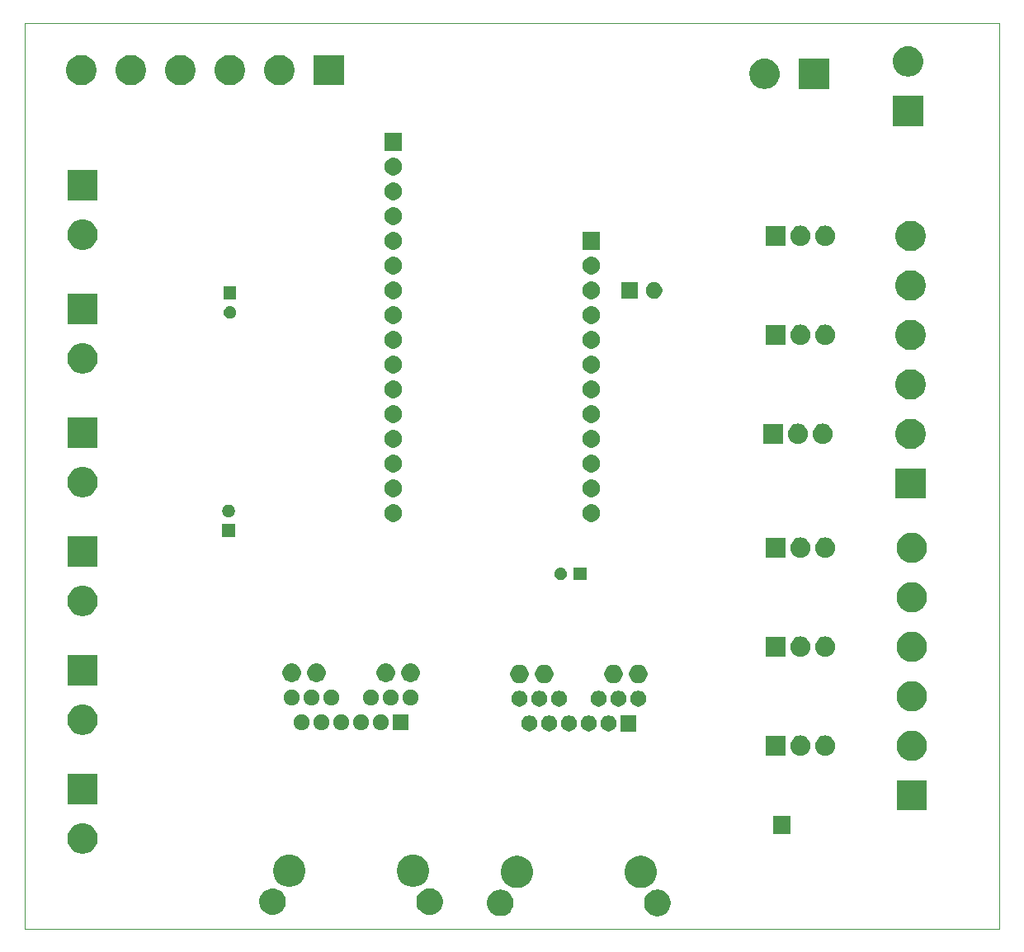
<source format=gbr>
G04 #@! TF.GenerationSoftware,KiCad,Pcbnew,5.1.5-52549c5~84~ubuntu18.04.1*
G04 #@! TF.CreationDate,2020-02-03T14:14:35-05:00*
G04 #@! TF.ProjectId,solenoid_board,736f6c65-6e6f-4696-945f-626f6172642e,rev?*
G04 #@! TF.SameCoordinates,Original*
G04 #@! TF.FileFunction,Soldermask,Bot*
G04 #@! TF.FilePolarity,Negative*
%FSLAX46Y46*%
G04 Gerber Fmt 4.6, Leading zero omitted, Abs format (unit mm)*
G04 Created by KiCad (PCBNEW 5.1.5-52549c5~84~ubuntu18.04.1) date 2020-02-03 14:14:35*
%MOMM*%
%LPD*%
G04 APERTURE LIST*
G04 #@! TA.AperFunction,Profile*
%ADD10C,0.100000*%
G04 #@! TD*
%ADD11C,0.150000*%
G04 APERTURE END LIST*
D10*
X192000000Y-53340000D02*
X192000000Y-146304000D01*
X92000000Y-53340000D02*
X192000000Y-53340000D01*
X92000000Y-146304000D02*
X92000000Y-53340000D01*
X192000000Y-146304000D02*
X92000000Y-146304000D01*
D11*
G36*
X157174993Y-142297248D02*
G01*
X157306947Y-142323495D01*
X157409918Y-142366147D01*
X157555542Y-142426466D01*
X157589205Y-142448959D01*
X157779274Y-142575959D01*
X157969541Y-142766226D01*
X158034174Y-142862957D01*
X158119034Y-142989958D01*
X158222005Y-143238554D01*
X158274500Y-143502460D01*
X158274500Y-143771540D01*
X158222005Y-144035446D01*
X158119034Y-144284042D01*
X158054401Y-144380772D01*
X157969541Y-144507774D01*
X157779274Y-144698041D01*
X157666648Y-144773295D01*
X157555542Y-144847534D01*
X157486818Y-144876000D01*
X157306947Y-144950505D01*
X157174993Y-144976753D01*
X157043040Y-145003000D01*
X156773960Y-145003000D01*
X156642007Y-144976753D01*
X156510053Y-144950505D01*
X156330182Y-144876000D01*
X156261458Y-144847534D01*
X156150352Y-144773295D01*
X156037726Y-144698041D01*
X155847459Y-144507774D01*
X155762599Y-144380772D01*
X155697966Y-144284042D01*
X155594995Y-144035446D01*
X155542500Y-143771540D01*
X155542500Y-143502460D01*
X155594995Y-143238554D01*
X155697966Y-142989958D01*
X155782826Y-142862957D01*
X155847459Y-142766226D01*
X156037726Y-142575959D01*
X156227795Y-142448959D01*
X156261458Y-142426466D01*
X156407082Y-142366147D01*
X156510053Y-142323495D01*
X156642007Y-142297248D01*
X156773960Y-142271000D01*
X157043040Y-142271000D01*
X157174993Y-142297248D01*
G37*
G36*
X141005890Y-142299466D02*
G01*
X141175031Y-142333110D01*
X141421807Y-142435328D01*
X141643900Y-142583726D01*
X141832774Y-142772600D01*
X141981172Y-142994693D01*
X142083390Y-143241469D01*
X142135500Y-143503446D01*
X142135500Y-143770554D01*
X142083390Y-144032531D01*
X141981172Y-144279307D01*
X141832774Y-144501400D01*
X141643900Y-144690274D01*
X141421807Y-144838672D01*
X141175031Y-144940890D01*
X141044042Y-144966945D01*
X140913056Y-144993000D01*
X140645944Y-144993000D01*
X140514958Y-144966945D01*
X140383969Y-144940890D01*
X140137193Y-144838672D01*
X139915100Y-144690274D01*
X139726226Y-144501400D01*
X139577828Y-144279307D01*
X139475610Y-144032531D01*
X139423500Y-143770554D01*
X139423500Y-143503446D01*
X139475610Y-143241469D01*
X139577828Y-142994693D01*
X139726226Y-142772600D01*
X139915100Y-142583726D01*
X140137193Y-142435328D01*
X140383969Y-142333110D01*
X140553110Y-142299466D01*
X140645944Y-142281000D01*
X140913056Y-142281000D01*
X141005890Y-142299466D01*
G37*
G36*
X133806993Y-142170248D02*
G01*
X133938947Y-142196495D01*
X134041918Y-142239147D01*
X134187542Y-142299466D01*
X134298648Y-142373705D01*
X134411274Y-142448959D01*
X134601541Y-142639226D01*
X134676795Y-142751852D01*
X134751034Y-142862958D01*
X134854005Y-143111554D01*
X134906500Y-143375460D01*
X134906500Y-143644540D01*
X134854005Y-143908446D01*
X134751034Y-144157042D01*
X134751033Y-144157043D01*
X134601541Y-144380774D01*
X134411274Y-144571041D01*
X134298648Y-144646295D01*
X134187542Y-144720534D01*
X134041918Y-144780853D01*
X133938947Y-144823505D01*
X133862698Y-144838672D01*
X133675040Y-144876000D01*
X133405960Y-144876000D01*
X133218302Y-144838672D01*
X133142053Y-144823505D01*
X133039082Y-144780853D01*
X132893458Y-144720534D01*
X132782352Y-144646295D01*
X132669726Y-144571041D01*
X132479459Y-144380774D01*
X132329967Y-144157043D01*
X132329966Y-144157042D01*
X132226995Y-143908446D01*
X132174500Y-143644540D01*
X132174500Y-143375460D01*
X132226995Y-143111554D01*
X132329966Y-142862958D01*
X132404205Y-142751852D01*
X132479459Y-142639226D01*
X132669726Y-142448959D01*
X132782352Y-142373705D01*
X132893458Y-142299466D01*
X133039082Y-142239147D01*
X133142053Y-142196495D01*
X133274007Y-142170248D01*
X133405960Y-142144000D01*
X133675040Y-142144000D01*
X133806993Y-142170248D01*
G37*
G36*
X117676042Y-142180055D02*
G01*
X117807031Y-142206110D01*
X118053807Y-142308328D01*
X118275900Y-142456726D01*
X118464774Y-142645600D01*
X118613172Y-142867693D01*
X118715390Y-143114469D01*
X118767500Y-143376446D01*
X118767500Y-143643554D01*
X118715390Y-143905531D01*
X118613172Y-144152307D01*
X118464774Y-144374400D01*
X118275900Y-144563274D01*
X118053807Y-144711672D01*
X117807031Y-144813890D01*
X117682442Y-144838672D01*
X117545056Y-144866000D01*
X117277944Y-144866000D01*
X117140558Y-144838672D01*
X117015969Y-144813890D01*
X116769193Y-144711672D01*
X116547100Y-144563274D01*
X116358226Y-144374400D01*
X116209828Y-144152307D01*
X116107610Y-143905531D01*
X116055500Y-143643554D01*
X116055500Y-143376446D01*
X116107610Y-143114469D01*
X116209828Y-142867693D01*
X116358226Y-142645600D01*
X116547100Y-142456726D01*
X116769193Y-142308328D01*
X117015969Y-142206110D01*
X117146958Y-142180055D01*
X117277944Y-142154000D01*
X117545056Y-142154000D01*
X117676042Y-142180055D01*
G37*
G36*
X155569256Y-138853298D02*
G01*
X155675579Y-138874447D01*
X155976042Y-138998903D01*
X156246451Y-139179585D01*
X156476415Y-139409549D01*
X156657097Y-139679958D01*
X156781553Y-139980421D01*
X156845000Y-140299391D01*
X156845000Y-140624609D01*
X156781553Y-140943579D01*
X156657097Y-141244042D01*
X156476415Y-141514451D01*
X156246451Y-141744415D01*
X155976042Y-141925097D01*
X155675579Y-142049553D01*
X155569256Y-142070702D01*
X155356611Y-142113000D01*
X155031389Y-142113000D01*
X154818744Y-142070702D01*
X154712421Y-142049553D01*
X154411958Y-141925097D01*
X154141549Y-141744415D01*
X153911585Y-141514451D01*
X153730903Y-141244042D01*
X153606447Y-140943579D01*
X153543000Y-140624609D01*
X153543000Y-140299391D01*
X153606447Y-139980421D01*
X153730903Y-139679958D01*
X153911585Y-139409549D01*
X154141549Y-139179585D01*
X154411958Y-138998903D01*
X154712421Y-138874447D01*
X154818744Y-138853298D01*
X155031389Y-138811000D01*
X155356611Y-138811000D01*
X155569256Y-138853298D01*
G37*
G36*
X142869256Y-138853298D02*
G01*
X142975579Y-138874447D01*
X143276042Y-138998903D01*
X143546451Y-139179585D01*
X143776415Y-139409549D01*
X143957097Y-139679958D01*
X144081553Y-139980421D01*
X144145000Y-140299391D01*
X144145000Y-140624609D01*
X144081553Y-140943579D01*
X143957097Y-141244042D01*
X143776415Y-141514451D01*
X143546451Y-141744415D01*
X143276042Y-141925097D01*
X142975579Y-142049553D01*
X142869256Y-142070702D01*
X142656611Y-142113000D01*
X142331389Y-142113000D01*
X142118744Y-142070702D01*
X142012421Y-142049553D01*
X141711958Y-141925097D01*
X141441549Y-141744415D01*
X141211585Y-141514451D01*
X141030903Y-141244042D01*
X140906447Y-140943579D01*
X140843000Y-140624609D01*
X140843000Y-140299391D01*
X140906447Y-139980421D01*
X141030903Y-139679958D01*
X141211585Y-139409549D01*
X141441549Y-139179585D01*
X141711958Y-138998903D01*
X142012421Y-138874447D01*
X142118744Y-138853298D01*
X142331389Y-138811000D01*
X142656611Y-138811000D01*
X142869256Y-138853298D01*
G37*
G36*
X119501256Y-138726298D02*
G01*
X119607579Y-138747447D01*
X119908042Y-138871903D01*
X120178451Y-139052585D01*
X120408415Y-139282549D01*
X120589097Y-139552958D01*
X120713553Y-139853421D01*
X120777000Y-140172391D01*
X120777000Y-140497609D01*
X120713553Y-140816579D01*
X120589097Y-141117042D01*
X120408415Y-141387451D01*
X120178451Y-141617415D01*
X119908042Y-141798097D01*
X119607579Y-141922553D01*
X119594789Y-141925097D01*
X119288611Y-141986000D01*
X118963389Y-141986000D01*
X118657211Y-141925097D01*
X118644421Y-141922553D01*
X118343958Y-141798097D01*
X118073549Y-141617415D01*
X117843585Y-141387451D01*
X117662903Y-141117042D01*
X117538447Y-140816579D01*
X117475000Y-140497609D01*
X117475000Y-140172391D01*
X117538447Y-139853421D01*
X117662903Y-139552958D01*
X117843585Y-139282549D01*
X118073549Y-139052585D01*
X118343958Y-138871903D01*
X118644421Y-138747447D01*
X118750744Y-138726298D01*
X118963389Y-138684000D01*
X119288611Y-138684000D01*
X119501256Y-138726298D01*
G37*
G36*
X132201256Y-138726298D02*
G01*
X132307579Y-138747447D01*
X132608042Y-138871903D01*
X132878451Y-139052585D01*
X133108415Y-139282549D01*
X133289097Y-139552958D01*
X133413553Y-139853421D01*
X133477000Y-140172391D01*
X133477000Y-140497609D01*
X133413553Y-140816579D01*
X133289097Y-141117042D01*
X133108415Y-141387451D01*
X132878451Y-141617415D01*
X132608042Y-141798097D01*
X132307579Y-141922553D01*
X132294789Y-141925097D01*
X131988611Y-141986000D01*
X131663389Y-141986000D01*
X131357211Y-141925097D01*
X131344421Y-141922553D01*
X131043958Y-141798097D01*
X130773549Y-141617415D01*
X130543585Y-141387451D01*
X130362903Y-141117042D01*
X130238447Y-140816579D01*
X130175000Y-140497609D01*
X130175000Y-140172391D01*
X130238447Y-139853421D01*
X130362903Y-139552958D01*
X130543585Y-139282549D01*
X130773549Y-139052585D01*
X131043958Y-138871903D01*
X131344421Y-138747447D01*
X131450744Y-138726298D01*
X131663389Y-138684000D01*
X131988611Y-138684000D01*
X132201256Y-138726298D01*
G37*
G36*
X98219585Y-135511802D02*
G01*
X98369410Y-135541604D01*
X98651674Y-135658521D01*
X98905705Y-135828259D01*
X99121741Y-136044295D01*
X99291479Y-136298326D01*
X99408396Y-136580590D01*
X99468000Y-136880240D01*
X99468000Y-137185760D01*
X99408396Y-137485410D01*
X99291479Y-137767674D01*
X99121741Y-138021705D01*
X98905705Y-138237741D01*
X98651674Y-138407479D01*
X98369410Y-138524396D01*
X98219585Y-138554198D01*
X98069761Y-138584000D01*
X97764239Y-138584000D01*
X97614415Y-138554198D01*
X97464590Y-138524396D01*
X97182326Y-138407479D01*
X96928295Y-138237741D01*
X96712259Y-138021705D01*
X96542521Y-137767674D01*
X96425604Y-137485410D01*
X96366000Y-137185760D01*
X96366000Y-136880240D01*
X96425604Y-136580590D01*
X96542521Y-136298326D01*
X96712259Y-136044295D01*
X96928295Y-135828259D01*
X97182326Y-135658521D01*
X97464590Y-135541604D01*
X97614415Y-135511802D01*
X97764239Y-135482000D01*
X98069761Y-135482000D01*
X98219585Y-135511802D01*
G37*
G36*
X170573000Y-136537000D02*
G01*
X168771000Y-136537000D01*
X168771000Y-134735000D01*
X170573000Y-134735000D01*
X170573000Y-136537000D01*
G37*
G36*
X184558000Y-134139000D02*
G01*
X181456000Y-134139000D01*
X181456000Y-131037000D01*
X184558000Y-131037000D01*
X184558000Y-134139000D01*
G37*
G36*
X99468000Y-133504000D02*
G01*
X96366000Y-133504000D01*
X96366000Y-130402000D01*
X99468000Y-130402000D01*
X99468000Y-133504000D01*
G37*
G36*
X183309585Y-125986802D02*
G01*
X183459410Y-126016604D01*
X183741674Y-126133521D01*
X183995705Y-126303259D01*
X184211741Y-126519295D01*
X184381479Y-126773326D01*
X184498396Y-127055590D01*
X184558000Y-127355240D01*
X184558000Y-127660760D01*
X184498396Y-127960410D01*
X184381479Y-128242674D01*
X184211741Y-128496705D01*
X183995705Y-128712741D01*
X183741674Y-128882479D01*
X183459410Y-128999396D01*
X183309585Y-129029198D01*
X183159761Y-129059000D01*
X182854239Y-129059000D01*
X182704415Y-129029198D01*
X182554590Y-128999396D01*
X182272326Y-128882479D01*
X182018295Y-128712741D01*
X181802259Y-128496705D01*
X181632521Y-128242674D01*
X181515604Y-127960410D01*
X181456000Y-127660760D01*
X181456000Y-127355240D01*
X181515604Y-127055590D01*
X181632521Y-126773326D01*
X181802259Y-126519295D01*
X182018295Y-126303259D01*
X182272326Y-126133521D01*
X182554590Y-126016604D01*
X182704415Y-125986802D01*
X182854239Y-125957000D01*
X183159761Y-125957000D01*
X183309585Y-125986802D01*
G37*
G36*
X174313719Y-126471520D02*
G01*
X174471216Y-126519296D01*
X174502883Y-126528902D01*
X174595333Y-126578318D01*
X174677212Y-126622083D01*
X174830015Y-126747485D01*
X174955417Y-126900288D01*
X175048599Y-127074619D01*
X175105980Y-127263780D01*
X175120500Y-127411206D01*
X175120500Y-127604793D01*
X175105980Y-127752219D01*
X175048599Y-127941380D01*
X175048598Y-127941383D01*
X174999182Y-128033833D01*
X174955417Y-128115712D01*
X174830015Y-128268515D01*
X174677212Y-128393917D01*
X174502881Y-128487099D01*
X174313720Y-128544480D01*
X174117000Y-128563855D01*
X173920281Y-128544480D01*
X173731120Y-128487099D01*
X173556788Y-128393917D01*
X173403985Y-128268515D01*
X173278583Y-128115712D01*
X173185401Y-127941381D01*
X173128020Y-127752220D01*
X173113500Y-127604794D01*
X173113500Y-127411207D01*
X173128020Y-127263781D01*
X173185401Y-127074620D01*
X173185402Y-127074617D01*
X173234818Y-126982167D01*
X173278583Y-126900288D01*
X173403985Y-126747485D01*
X173556788Y-126622083D01*
X173731119Y-126528901D01*
X173920280Y-126471520D01*
X174117000Y-126452145D01*
X174313719Y-126471520D01*
G37*
G36*
X171773719Y-126471520D02*
G01*
X171931216Y-126519296D01*
X171962883Y-126528902D01*
X172055333Y-126578318D01*
X172137212Y-126622083D01*
X172290015Y-126747485D01*
X172415417Y-126900288D01*
X172508599Y-127074619D01*
X172565980Y-127263780D01*
X172580500Y-127411206D01*
X172580500Y-127604793D01*
X172565980Y-127752219D01*
X172508599Y-127941380D01*
X172508598Y-127941383D01*
X172459182Y-128033833D01*
X172415417Y-128115712D01*
X172290015Y-128268515D01*
X172137212Y-128393917D01*
X171962881Y-128487099D01*
X171773720Y-128544480D01*
X171577000Y-128563855D01*
X171380281Y-128544480D01*
X171191120Y-128487099D01*
X171016788Y-128393917D01*
X170863985Y-128268515D01*
X170738583Y-128115712D01*
X170645401Y-127941381D01*
X170588020Y-127752220D01*
X170573500Y-127604794D01*
X170573500Y-127411207D01*
X170588020Y-127263781D01*
X170645401Y-127074620D01*
X170645402Y-127074617D01*
X170694818Y-126982167D01*
X170738583Y-126900288D01*
X170863985Y-126747485D01*
X171016788Y-126622083D01*
X171191119Y-126528901D01*
X171380280Y-126471520D01*
X171577000Y-126452145D01*
X171773719Y-126471520D01*
G37*
G36*
X170040500Y-128559000D02*
G01*
X168033500Y-128559000D01*
X168033500Y-126457000D01*
X170040500Y-126457000D01*
X170040500Y-128559000D01*
G37*
G36*
X98187898Y-123313499D02*
G01*
X98369410Y-123349604D01*
X98651674Y-123466521D01*
X98905705Y-123636259D01*
X99121741Y-123852295D01*
X99291479Y-124106326D01*
X99408396Y-124388590D01*
X99468000Y-124688240D01*
X99468000Y-124993760D01*
X99408396Y-125293410D01*
X99291479Y-125575674D01*
X99121741Y-125829705D01*
X98905705Y-126045741D01*
X98651674Y-126215479D01*
X98369410Y-126332396D01*
X98219585Y-126362198D01*
X98069761Y-126392000D01*
X97764239Y-126392000D01*
X97614415Y-126362198D01*
X97464590Y-126332396D01*
X97182326Y-126215479D01*
X96928295Y-126045741D01*
X96712259Y-125829705D01*
X96542521Y-125575674D01*
X96425604Y-125293410D01*
X96366000Y-124993760D01*
X96366000Y-124688240D01*
X96425604Y-124388590D01*
X96542521Y-124106326D01*
X96712259Y-123852295D01*
X96928295Y-123636259D01*
X97182326Y-123466521D01*
X97464590Y-123349604D01*
X97646102Y-123313499D01*
X97764239Y-123290000D01*
X98069761Y-123290000D01*
X98187898Y-123313499D01*
G37*
G36*
X152129142Y-124440242D02*
G01*
X152277101Y-124501529D01*
X152410255Y-124590499D01*
X152523501Y-124703745D01*
X152612471Y-124836899D01*
X152673758Y-124984858D01*
X152705000Y-125141925D01*
X152705000Y-125302075D01*
X152673758Y-125459142D01*
X152612471Y-125607101D01*
X152523501Y-125740255D01*
X152410255Y-125853501D01*
X152277101Y-125942471D01*
X152129142Y-126003758D01*
X151972075Y-126035000D01*
X151811925Y-126035000D01*
X151654858Y-126003758D01*
X151506899Y-125942471D01*
X151373745Y-125853501D01*
X151260499Y-125740255D01*
X151171529Y-125607101D01*
X151110242Y-125459142D01*
X151079000Y-125302075D01*
X151079000Y-125141925D01*
X151110242Y-124984858D01*
X151171529Y-124836899D01*
X151260499Y-124703745D01*
X151373745Y-124590499D01*
X151506899Y-124501529D01*
X151654858Y-124440242D01*
X151811925Y-124409000D01*
X151972075Y-124409000D01*
X152129142Y-124440242D01*
G37*
G36*
X144001142Y-124440242D02*
G01*
X144149101Y-124501529D01*
X144282255Y-124590499D01*
X144395501Y-124703745D01*
X144484471Y-124836899D01*
X144545758Y-124984858D01*
X144577000Y-125141925D01*
X144577000Y-125302075D01*
X144545758Y-125459142D01*
X144484471Y-125607101D01*
X144395501Y-125740255D01*
X144282255Y-125853501D01*
X144149101Y-125942471D01*
X144001142Y-126003758D01*
X143844075Y-126035000D01*
X143683925Y-126035000D01*
X143526858Y-126003758D01*
X143378899Y-125942471D01*
X143245745Y-125853501D01*
X143132499Y-125740255D01*
X143043529Y-125607101D01*
X142982242Y-125459142D01*
X142951000Y-125302075D01*
X142951000Y-125141925D01*
X142982242Y-124984858D01*
X143043529Y-124836899D01*
X143132499Y-124703745D01*
X143245745Y-124590499D01*
X143378899Y-124501529D01*
X143526858Y-124440242D01*
X143683925Y-124409000D01*
X143844075Y-124409000D01*
X144001142Y-124440242D01*
G37*
G36*
X146033142Y-124440242D02*
G01*
X146181101Y-124501529D01*
X146314255Y-124590499D01*
X146427501Y-124703745D01*
X146516471Y-124836899D01*
X146577758Y-124984858D01*
X146609000Y-125141925D01*
X146609000Y-125302075D01*
X146577758Y-125459142D01*
X146516471Y-125607101D01*
X146427501Y-125740255D01*
X146314255Y-125853501D01*
X146181101Y-125942471D01*
X146033142Y-126003758D01*
X145876075Y-126035000D01*
X145715925Y-126035000D01*
X145558858Y-126003758D01*
X145410899Y-125942471D01*
X145277745Y-125853501D01*
X145164499Y-125740255D01*
X145075529Y-125607101D01*
X145014242Y-125459142D01*
X144983000Y-125302075D01*
X144983000Y-125141925D01*
X145014242Y-124984858D01*
X145075529Y-124836899D01*
X145164499Y-124703745D01*
X145277745Y-124590499D01*
X145410899Y-124501529D01*
X145558858Y-124440242D01*
X145715925Y-124409000D01*
X145876075Y-124409000D01*
X146033142Y-124440242D01*
G37*
G36*
X148065142Y-124440242D02*
G01*
X148213101Y-124501529D01*
X148346255Y-124590499D01*
X148459501Y-124703745D01*
X148548471Y-124836899D01*
X148609758Y-124984858D01*
X148641000Y-125141925D01*
X148641000Y-125302075D01*
X148609758Y-125459142D01*
X148548471Y-125607101D01*
X148459501Y-125740255D01*
X148346255Y-125853501D01*
X148213101Y-125942471D01*
X148065142Y-126003758D01*
X147908075Y-126035000D01*
X147747925Y-126035000D01*
X147590858Y-126003758D01*
X147442899Y-125942471D01*
X147309745Y-125853501D01*
X147196499Y-125740255D01*
X147107529Y-125607101D01*
X147046242Y-125459142D01*
X147015000Y-125302075D01*
X147015000Y-125141925D01*
X147046242Y-124984858D01*
X147107529Y-124836899D01*
X147196499Y-124703745D01*
X147309745Y-124590499D01*
X147442899Y-124501529D01*
X147590858Y-124440242D01*
X147747925Y-124409000D01*
X147908075Y-124409000D01*
X148065142Y-124440242D01*
G37*
G36*
X150097142Y-124440242D02*
G01*
X150245101Y-124501529D01*
X150378255Y-124590499D01*
X150491501Y-124703745D01*
X150580471Y-124836899D01*
X150641758Y-124984858D01*
X150673000Y-125141925D01*
X150673000Y-125302075D01*
X150641758Y-125459142D01*
X150580471Y-125607101D01*
X150491501Y-125740255D01*
X150378255Y-125853501D01*
X150245101Y-125942471D01*
X150097142Y-126003758D01*
X149940075Y-126035000D01*
X149779925Y-126035000D01*
X149622858Y-126003758D01*
X149474899Y-125942471D01*
X149341745Y-125853501D01*
X149228499Y-125740255D01*
X149139529Y-125607101D01*
X149078242Y-125459142D01*
X149047000Y-125302075D01*
X149047000Y-125141925D01*
X149078242Y-124984858D01*
X149139529Y-124836899D01*
X149228499Y-124703745D01*
X149341745Y-124590499D01*
X149474899Y-124501529D01*
X149622858Y-124440242D01*
X149779925Y-124409000D01*
X149940075Y-124409000D01*
X150097142Y-124440242D01*
G37*
G36*
X154737000Y-126035000D02*
G01*
X153111000Y-126035000D01*
X153111000Y-124409000D01*
X154737000Y-124409000D01*
X154737000Y-126035000D01*
G37*
G36*
X122665142Y-124313242D02*
G01*
X122813101Y-124374529D01*
X122946255Y-124463499D01*
X123059501Y-124576745D01*
X123148471Y-124709899D01*
X123209758Y-124857858D01*
X123241000Y-125014925D01*
X123241000Y-125175075D01*
X123209758Y-125332142D01*
X123148471Y-125480101D01*
X123059501Y-125613255D01*
X122946255Y-125726501D01*
X122813101Y-125815471D01*
X122665142Y-125876758D01*
X122508075Y-125908000D01*
X122347925Y-125908000D01*
X122190858Y-125876758D01*
X122042899Y-125815471D01*
X121909745Y-125726501D01*
X121796499Y-125613255D01*
X121707529Y-125480101D01*
X121646242Y-125332142D01*
X121615000Y-125175075D01*
X121615000Y-125014925D01*
X121646242Y-124857858D01*
X121707529Y-124709899D01*
X121796499Y-124576745D01*
X121909745Y-124463499D01*
X122042899Y-124374529D01*
X122190858Y-124313242D01*
X122347925Y-124282000D01*
X122508075Y-124282000D01*
X122665142Y-124313242D01*
G37*
G36*
X124697142Y-124313242D02*
G01*
X124845101Y-124374529D01*
X124978255Y-124463499D01*
X125091501Y-124576745D01*
X125180471Y-124709899D01*
X125241758Y-124857858D01*
X125273000Y-125014925D01*
X125273000Y-125175075D01*
X125241758Y-125332142D01*
X125180471Y-125480101D01*
X125091501Y-125613255D01*
X124978255Y-125726501D01*
X124845101Y-125815471D01*
X124697142Y-125876758D01*
X124540075Y-125908000D01*
X124379925Y-125908000D01*
X124222858Y-125876758D01*
X124074899Y-125815471D01*
X123941745Y-125726501D01*
X123828499Y-125613255D01*
X123739529Y-125480101D01*
X123678242Y-125332142D01*
X123647000Y-125175075D01*
X123647000Y-125014925D01*
X123678242Y-124857858D01*
X123739529Y-124709899D01*
X123828499Y-124576745D01*
X123941745Y-124463499D01*
X124074899Y-124374529D01*
X124222858Y-124313242D01*
X124379925Y-124282000D01*
X124540075Y-124282000D01*
X124697142Y-124313242D01*
G37*
G36*
X126729142Y-124313242D02*
G01*
X126877101Y-124374529D01*
X127010255Y-124463499D01*
X127123501Y-124576745D01*
X127212471Y-124709899D01*
X127273758Y-124857858D01*
X127305000Y-125014925D01*
X127305000Y-125175075D01*
X127273758Y-125332142D01*
X127212471Y-125480101D01*
X127123501Y-125613255D01*
X127010255Y-125726501D01*
X126877101Y-125815471D01*
X126729142Y-125876758D01*
X126572075Y-125908000D01*
X126411925Y-125908000D01*
X126254858Y-125876758D01*
X126106899Y-125815471D01*
X125973745Y-125726501D01*
X125860499Y-125613255D01*
X125771529Y-125480101D01*
X125710242Y-125332142D01*
X125679000Y-125175075D01*
X125679000Y-125014925D01*
X125710242Y-124857858D01*
X125771529Y-124709899D01*
X125860499Y-124576745D01*
X125973745Y-124463499D01*
X126106899Y-124374529D01*
X126254858Y-124313242D01*
X126411925Y-124282000D01*
X126572075Y-124282000D01*
X126729142Y-124313242D01*
G37*
G36*
X128761142Y-124313242D02*
G01*
X128909101Y-124374529D01*
X129042255Y-124463499D01*
X129155501Y-124576745D01*
X129244471Y-124709899D01*
X129305758Y-124857858D01*
X129337000Y-125014925D01*
X129337000Y-125175075D01*
X129305758Y-125332142D01*
X129244471Y-125480101D01*
X129155501Y-125613255D01*
X129042255Y-125726501D01*
X128909101Y-125815471D01*
X128761142Y-125876758D01*
X128604075Y-125908000D01*
X128443925Y-125908000D01*
X128286858Y-125876758D01*
X128138899Y-125815471D01*
X128005745Y-125726501D01*
X127892499Y-125613255D01*
X127803529Y-125480101D01*
X127742242Y-125332142D01*
X127711000Y-125175075D01*
X127711000Y-125014925D01*
X127742242Y-124857858D01*
X127803529Y-124709899D01*
X127892499Y-124576745D01*
X128005745Y-124463499D01*
X128138899Y-124374529D01*
X128286858Y-124313242D01*
X128443925Y-124282000D01*
X128604075Y-124282000D01*
X128761142Y-124313242D01*
G37*
G36*
X120633142Y-124313242D02*
G01*
X120781101Y-124374529D01*
X120914255Y-124463499D01*
X121027501Y-124576745D01*
X121116471Y-124709899D01*
X121177758Y-124857858D01*
X121209000Y-125014925D01*
X121209000Y-125175075D01*
X121177758Y-125332142D01*
X121116471Y-125480101D01*
X121027501Y-125613255D01*
X120914255Y-125726501D01*
X120781101Y-125815471D01*
X120633142Y-125876758D01*
X120476075Y-125908000D01*
X120315925Y-125908000D01*
X120158858Y-125876758D01*
X120010899Y-125815471D01*
X119877745Y-125726501D01*
X119764499Y-125613255D01*
X119675529Y-125480101D01*
X119614242Y-125332142D01*
X119583000Y-125175075D01*
X119583000Y-125014925D01*
X119614242Y-124857858D01*
X119675529Y-124709899D01*
X119764499Y-124576745D01*
X119877745Y-124463499D01*
X120010899Y-124374529D01*
X120158858Y-124313242D01*
X120315925Y-124282000D01*
X120476075Y-124282000D01*
X120633142Y-124313242D01*
G37*
G36*
X131369000Y-125908000D02*
G01*
X129743000Y-125908000D01*
X129743000Y-124282000D01*
X131369000Y-124282000D01*
X131369000Y-125908000D01*
G37*
G36*
X183309585Y-120906802D02*
G01*
X183459410Y-120936604D01*
X183741674Y-121053521D01*
X183995705Y-121223259D01*
X184211741Y-121439295D01*
X184381479Y-121693326D01*
X184498396Y-121975590D01*
X184558000Y-122275240D01*
X184558000Y-122580760D01*
X184498396Y-122880410D01*
X184381479Y-123162674D01*
X184211741Y-123416705D01*
X183995705Y-123632741D01*
X183741674Y-123802479D01*
X183459410Y-123919396D01*
X183309585Y-123949198D01*
X183159761Y-123979000D01*
X182854239Y-123979000D01*
X182704415Y-123949198D01*
X182554590Y-123919396D01*
X182272326Y-123802479D01*
X182018295Y-123632741D01*
X181802259Y-123416705D01*
X181632521Y-123162674D01*
X181515604Y-122880410D01*
X181456000Y-122580760D01*
X181456000Y-122275240D01*
X181515604Y-121975590D01*
X181632521Y-121693326D01*
X181802259Y-121439295D01*
X182018295Y-121223259D01*
X182272326Y-121053521D01*
X182554590Y-120936604D01*
X182704415Y-120906802D01*
X182854239Y-120877000D01*
X183159761Y-120877000D01*
X183309585Y-120906802D01*
G37*
G36*
X147049142Y-121900242D02*
G01*
X147197101Y-121961529D01*
X147330255Y-122050499D01*
X147443501Y-122163745D01*
X147532471Y-122296899D01*
X147593758Y-122444858D01*
X147625000Y-122601925D01*
X147625000Y-122762075D01*
X147593758Y-122919142D01*
X147532471Y-123067101D01*
X147443501Y-123200255D01*
X147330255Y-123313501D01*
X147197101Y-123402471D01*
X147049142Y-123463758D01*
X146892075Y-123495000D01*
X146731925Y-123495000D01*
X146574858Y-123463758D01*
X146426899Y-123402471D01*
X146293745Y-123313501D01*
X146180499Y-123200255D01*
X146091529Y-123067101D01*
X146030242Y-122919142D01*
X145999000Y-122762075D01*
X145999000Y-122601925D01*
X146030242Y-122444858D01*
X146091529Y-122296899D01*
X146180499Y-122163745D01*
X146293745Y-122050499D01*
X146426899Y-121961529D01*
X146574858Y-121900242D01*
X146731925Y-121869000D01*
X146892075Y-121869000D01*
X147049142Y-121900242D01*
G37*
G36*
X151113142Y-121900242D02*
G01*
X151261101Y-121961529D01*
X151394255Y-122050499D01*
X151507501Y-122163745D01*
X151596471Y-122296899D01*
X151657758Y-122444858D01*
X151689000Y-122601925D01*
X151689000Y-122762075D01*
X151657758Y-122919142D01*
X151596471Y-123067101D01*
X151507501Y-123200255D01*
X151394255Y-123313501D01*
X151261101Y-123402471D01*
X151113142Y-123463758D01*
X150956075Y-123495000D01*
X150795925Y-123495000D01*
X150638858Y-123463758D01*
X150490899Y-123402471D01*
X150357745Y-123313501D01*
X150244499Y-123200255D01*
X150155529Y-123067101D01*
X150094242Y-122919142D01*
X150063000Y-122762075D01*
X150063000Y-122601925D01*
X150094242Y-122444858D01*
X150155529Y-122296899D01*
X150244499Y-122163745D01*
X150357745Y-122050499D01*
X150490899Y-121961529D01*
X150638858Y-121900242D01*
X150795925Y-121869000D01*
X150956075Y-121869000D01*
X151113142Y-121900242D01*
G37*
G36*
X155177142Y-121900242D02*
G01*
X155325101Y-121961529D01*
X155458255Y-122050499D01*
X155571501Y-122163745D01*
X155660471Y-122296899D01*
X155721758Y-122444858D01*
X155753000Y-122601925D01*
X155753000Y-122762075D01*
X155721758Y-122919142D01*
X155660471Y-123067101D01*
X155571501Y-123200255D01*
X155458255Y-123313501D01*
X155325101Y-123402471D01*
X155177142Y-123463758D01*
X155020075Y-123495000D01*
X154859925Y-123495000D01*
X154702858Y-123463758D01*
X154554899Y-123402471D01*
X154421745Y-123313501D01*
X154308499Y-123200255D01*
X154219529Y-123067101D01*
X154158242Y-122919142D01*
X154127000Y-122762075D01*
X154127000Y-122601925D01*
X154158242Y-122444858D01*
X154219529Y-122296899D01*
X154308499Y-122163745D01*
X154421745Y-122050499D01*
X154554899Y-121961529D01*
X154702858Y-121900242D01*
X154859925Y-121869000D01*
X155020075Y-121869000D01*
X155177142Y-121900242D01*
G37*
G36*
X142985142Y-121900242D02*
G01*
X143133101Y-121961529D01*
X143266255Y-122050499D01*
X143379501Y-122163745D01*
X143468471Y-122296899D01*
X143529758Y-122444858D01*
X143561000Y-122601925D01*
X143561000Y-122762075D01*
X143529758Y-122919142D01*
X143468471Y-123067101D01*
X143379501Y-123200255D01*
X143266255Y-123313501D01*
X143133101Y-123402471D01*
X142985142Y-123463758D01*
X142828075Y-123495000D01*
X142667925Y-123495000D01*
X142510858Y-123463758D01*
X142362899Y-123402471D01*
X142229745Y-123313501D01*
X142116499Y-123200255D01*
X142027529Y-123067101D01*
X141966242Y-122919142D01*
X141935000Y-122762075D01*
X141935000Y-122601925D01*
X141966242Y-122444858D01*
X142027529Y-122296899D01*
X142116499Y-122163745D01*
X142229745Y-122050499D01*
X142362899Y-121961529D01*
X142510858Y-121900242D01*
X142667925Y-121869000D01*
X142828075Y-121869000D01*
X142985142Y-121900242D01*
G37*
G36*
X153145142Y-121900242D02*
G01*
X153293101Y-121961529D01*
X153426255Y-122050499D01*
X153539501Y-122163745D01*
X153628471Y-122296899D01*
X153689758Y-122444858D01*
X153721000Y-122601925D01*
X153721000Y-122762075D01*
X153689758Y-122919142D01*
X153628471Y-123067101D01*
X153539501Y-123200255D01*
X153426255Y-123313501D01*
X153293101Y-123402471D01*
X153145142Y-123463758D01*
X152988075Y-123495000D01*
X152827925Y-123495000D01*
X152670858Y-123463758D01*
X152522899Y-123402471D01*
X152389745Y-123313501D01*
X152276499Y-123200255D01*
X152187529Y-123067101D01*
X152126242Y-122919142D01*
X152095000Y-122762075D01*
X152095000Y-122601925D01*
X152126242Y-122444858D01*
X152187529Y-122296899D01*
X152276499Y-122163745D01*
X152389745Y-122050499D01*
X152522899Y-121961529D01*
X152670858Y-121900242D01*
X152827925Y-121869000D01*
X152988075Y-121869000D01*
X153145142Y-121900242D01*
G37*
G36*
X145017142Y-121900242D02*
G01*
X145165101Y-121961529D01*
X145298255Y-122050499D01*
X145411501Y-122163745D01*
X145500471Y-122296899D01*
X145561758Y-122444858D01*
X145593000Y-122601925D01*
X145593000Y-122762075D01*
X145561758Y-122919142D01*
X145500471Y-123067101D01*
X145411501Y-123200255D01*
X145298255Y-123313501D01*
X145165101Y-123402471D01*
X145017142Y-123463758D01*
X144860075Y-123495000D01*
X144699925Y-123495000D01*
X144542858Y-123463758D01*
X144394899Y-123402471D01*
X144261745Y-123313501D01*
X144148499Y-123200255D01*
X144059529Y-123067101D01*
X143998242Y-122919142D01*
X143967000Y-122762075D01*
X143967000Y-122601925D01*
X143998242Y-122444858D01*
X144059529Y-122296899D01*
X144148499Y-122163745D01*
X144261745Y-122050499D01*
X144394899Y-121961529D01*
X144542858Y-121900242D01*
X144699925Y-121869000D01*
X144860075Y-121869000D01*
X145017142Y-121900242D01*
G37*
G36*
X123681142Y-121773242D02*
G01*
X123829101Y-121834529D01*
X123962255Y-121923499D01*
X124075501Y-122036745D01*
X124164471Y-122169899D01*
X124225758Y-122317858D01*
X124257000Y-122474925D01*
X124257000Y-122635075D01*
X124225758Y-122792142D01*
X124164471Y-122940101D01*
X124075501Y-123073255D01*
X123962255Y-123186501D01*
X123829101Y-123275471D01*
X123681142Y-123336758D01*
X123524075Y-123368000D01*
X123363925Y-123368000D01*
X123206858Y-123336758D01*
X123058899Y-123275471D01*
X122925745Y-123186501D01*
X122812499Y-123073255D01*
X122723529Y-122940101D01*
X122662242Y-122792142D01*
X122631000Y-122635075D01*
X122631000Y-122474925D01*
X122662242Y-122317858D01*
X122723529Y-122169899D01*
X122812499Y-122036745D01*
X122925745Y-121923499D01*
X123058899Y-121834529D01*
X123206858Y-121773242D01*
X123363925Y-121742000D01*
X123524075Y-121742000D01*
X123681142Y-121773242D01*
G37*
G36*
X127745142Y-121773242D02*
G01*
X127893101Y-121834529D01*
X128026255Y-121923499D01*
X128139501Y-122036745D01*
X128228471Y-122169899D01*
X128289758Y-122317858D01*
X128321000Y-122474925D01*
X128321000Y-122635075D01*
X128289758Y-122792142D01*
X128228471Y-122940101D01*
X128139501Y-123073255D01*
X128026255Y-123186501D01*
X127893101Y-123275471D01*
X127745142Y-123336758D01*
X127588075Y-123368000D01*
X127427925Y-123368000D01*
X127270858Y-123336758D01*
X127122899Y-123275471D01*
X126989745Y-123186501D01*
X126876499Y-123073255D01*
X126787529Y-122940101D01*
X126726242Y-122792142D01*
X126695000Y-122635075D01*
X126695000Y-122474925D01*
X126726242Y-122317858D01*
X126787529Y-122169899D01*
X126876499Y-122036745D01*
X126989745Y-121923499D01*
X127122899Y-121834529D01*
X127270858Y-121773242D01*
X127427925Y-121742000D01*
X127588075Y-121742000D01*
X127745142Y-121773242D01*
G37*
G36*
X131809142Y-121773242D02*
G01*
X131957101Y-121834529D01*
X132090255Y-121923499D01*
X132203501Y-122036745D01*
X132292471Y-122169899D01*
X132353758Y-122317858D01*
X132385000Y-122474925D01*
X132385000Y-122635075D01*
X132353758Y-122792142D01*
X132292471Y-122940101D01*
X132203501Y-123073255D01*
X132090255Y-123186501D01*
X131957101Y-123275471D01*
X131809142Y-123336758D01*
X131652075Y-123368000D01*
X131491925Y-123368000D01*
X131334858Y-123336758D01*
X131186899Y-123275471D01*
X131053745Y-123186501D01*
X130940499Y-123073255D01*
X130851529Y-122940101D01*
X130790242Y-122792142D01*
X130759000Y-122635075D01*
X130759000Y-122474925D01*
X130790242Y-122317858D01*
X130851529Y-122169899D01*
X130940499Y-122036745D01*
X131053745Y-121923499D01*
X131186899Y-121834529D01*
X131334858Y-121773242D01*
X131491925Y-121742000D01*
X131652075Y-121742000D01*
X131809142Y-121773242D01*
G37*
G36*
X121649142Y-121773242D02*
G01*
X121797101Y-121834529D01*
X121930255Y-121923499D01*
X122043501Y-122036745D01*
X122132471Y-122169899D01*
X122193758Y-122317858D01*
X122225000Y-122474925D01*
X122225000Y-122635075D01*
X122193758Y-122792142D01*
X122132471Y-122940101D01*
X122043501Y-123073255D01*
X121930255Y-123186501D01*
X121797101Y-123275471D01*
X121649142Y-123336758D01*
X121492075Y-123368000D01*
X121331925Y-123368000D01*
X121174858Y-123336758D01*
X121026899Y-123275471D01*
X120893745Y-123186501D01*
X120780499Y-123073255D01*
X120691529Y-122940101D01*
X120630242Y-122792142D01*
X120599000Y-122635075D01*
X120599000Y-122474925D01*
X120630242Y-122317858D01*
X120691529Y-122169899D01*
X120780499Y-122036745D01*
X120893745Y-121923499D01*
X121026899Y-121834529D01*
X121174858Y-121773242D01*
X121331925Y-121742000D01*
X121492075Y-121742000D01*
X121649142Y-121773242D01*
G37*
G36*
X129777142Y-121773242D02*
G01*
X129925101Y-121834529D01*
X130058255Y-121923499D01*
X130171501Y-122036745D01*
X130260471Y-122169899D01*
X130321758Y-122317858D01*
X130353000Y-122474925D01*
X130353000Y-122635075D01*
X130321758Y-122792142D01*
X130260471Y-122940101D01*
X130171501Y-123073255D01*
X130058255Y-123186501D01*
X129925101Y-123275471D01*
X129777142Y-123336758D01*
X129620075Y-123368000D01*
X129459925Y-123368000D01*
X129302858Y-123336758D01*
X129154899Y-123275471D01*
X129021745Y-123186501D01*
X128908499Y-123073255D01*
X128819529Y-122940101D01*
X128758242Y-122792142D01*
X128727000Y-122635075D01*
X128727000Y-122474925D01*
X128758242Y-122317858D01*
X128819529Y-122169899D01*
X128908499Y-122036745D01*
X129021745Y-121923499D01*
X129154899Y-121834529D01*
X129302858Y-121773242D01*
X129459925Y-121742000D01*
X129620075Y-121742000D01*
X129777142Y-121773242D01*
G37*
G36*
X119617142Y-121773242D02*
G01*
X119765101Y-121834529D01*
X119898255Y-121923499D01*
X120011501Y-122036745D01*
X120100471Y-122169899D01*
X120161758Y-122317858D01*
X120193000Y-122474925D01*
X120193000Y-122635075D01*
X120161758Y-122792142D01*
X120100471Y-122940101D01*
X120011501Y-123073255D01*
X119898255Y-123186501D01*
X119765101Y-123275471D01*
X119617142Y-123336758D01*
X119460075Y-123368000D01*
X119299925Y-123368000D01*
X119142858Y-123336758D01*
X118994899Y-123275471D01*
X118861745Y-123186501D01*
X118748499Y-123073255D01*
X118659529Y-122940101D01*
X118598242Y-122792142D01*
X118567000Y-122635075D01*
X118567000Y-122474925D01*
X118598242Y-122317858D01*
X118659529Y-122169899D01*
X118748499Y-122036745D01*
X118861745Y-121923499D01*
X118994899Y-121834529D01*
X119142858Y-121773242D01*
X119299925Y-121742000D01*
X119460075Y-121742000D01*
X119617142Y-121773242D01*
G37*
G36*
X99468000Y-121312000D02*
G01*
X96366000Y-121312000D01*
X96366000Y-118210000D01*
X99468000Y-118210000D01*
X99468000Y-121312000D01*
G37*
G36*
X152677395Y-119227546D02*
G01*
X152850466Y-119299234D01*
X152850467Y-119299235D01*
X153006227Y-119403310D01*
X153138690Y-119535773D01*
X153138691Y-119535775D01*
X153242766Y-119691534D01*
X153314454Y-119864605D01*
X153351000Y-120048333D01*
X153351000Y-120235667D01*
X153314454Y-120419395D01*
X153242766Y-120592466D01*
X153242765Y-120592467D01*
X153138690Y-120748227D01*
X153006227Y-120880690D01*
X152933248Y-120929453D01*
X152850466Y-120984766D01*
X152677395Y-121056454D01*
X152493667Y-121093000D01*
X152306333Y-121093000D01*
X152122605Y-121056454D01*
X151949534Y-120984766D01*
X151866752Y-120929453D01*
X151793773Y-120880690D01*
X151661310Y-120748227D01*
X151557235Y-120592467D01*
X151557234Y-120592466D01*
X151485546Y-120419395D01*
X151449000Y-120235667D01*
X151449000Y-120048333D01*
X151485546Y-119864605D01*
X151557234Y-119691534D01*
X151661309Y-119535775D01*
X151661310Y-119535773D01*
X151793773Y-119403310D01*
X151949533Y-119299235D01*
X151949534Y-119299234D01*
X152122605Y-119227546D01*
X152306333Y-119191000D01*
X152493667Y-119191000D01*
X152677395Y-119227546D01*
G37*
G36*
X143025395Y-119227546D02*
G01*
X143198466Y-119299234D01*
X143198467Y-119299235D01*
X143354227Y-119403310D01*
X143486690Y-119535773D01*
X143486691Y-119535775D01*
X143590766Y-119691534D01*
X143662454Y-119864605D01*
X143699000Y-120048333D01*
X143699000Y-120235667D01*
X143662454Y-120419395D01*
X143590766Y-120592466D01*
X143590765Y-120592467D01*
X143486690Y-120748227D01*
X143354227Y-120880690D01*
X143281248Y-120929453D01*
X143198466Y-120984766D01*
X143025395Y-121056454D01*
X142841667Y-121093000D01*
X142654333Y-121093000D01*
X142470605Y-121056454D01*
X142297534Y-120984766D01*
X142214752Y-120929453D01*
X142141773Y-120880690D01*
X142009310Y-120748227D01*
X141905235Y-120592467D01*
X141905234Y-120592466D01*
X141833546Y-120419395D01*
X141797000Y-120235667D01*
X141797000Y-120048333D01*
X141833546Y-119864605D01*
X141905234Y-119691534D01*
X142009309Y-119535775D01*
X142009310Y-119535773D01*
X142141773Y-119403310D01*
X142297533Y-119299235D01*
X142297534Y-119299234D01*
X142470605Y-119227546D01*
X142654333Y-119191000D01*
X142841667Y-119191000D01*
X143025395Y-119227546D01*
G37*
G36*
X145565395Y-119227546D02*
G01*
X145738466Y-119299234D01*
X145738467Y-119299235D01*
X145894227Y-119403310D01*
X146026690Y-119535773D01*
X146026691Y-119535775D01*
X146130766Y-119691534D01*
X146202454Y-119864605D01*
X146239000Y-120048333D01*
X146239000Y-120235667D01*
X146202454Y-120419395D01*
X146130766Y-120592466D01*
X146130765Y-120592467D01*
X146026690Y-120748227D01*
X145894227Y-120880690D01*
X145821248Y-120929453D01*
X145738466Y-120984766D01*
X145565395Y-121056454D01*
X145381667Y-121093000D01*
X145194333Y-121093000D01*
X145010605Y-121056454D01*
X144837534Y-120984766D01*
X144754752Y-120929453D01*
X144681773Y-120880690D01*
X144549310Y-120748227D01*
X144445235Y-120592467D01*
X144445234Y-120592466D01*
X144373546Y-120419395D01*
X144337000Y-120235667D01*
X144337000Y-120048333D01*
X144373546Y-119864605D01*
X144445234Y-119691534D01*
X144549309Y-119535775D01*
X144549310Y-119535773D01*
X144681773Y-119403310D01*
X144837533Y-119299235D01*
X144837534Y-119299234D01*
X145010605Y-119227546D01*
X145194333Y-119191000D01*
X145381667Y-119191000D01*
X145565395Y-119227546D01*
G37*
G36*
X155217395Y-119227546D02*
G01*
X155390466Y-119299234D01*
X155390467Y-119299235D01*
X155546227Y-119403310D01*
X155678690Y-119535773D01*
X155678691Y-119535775D01*
X155782766Y-119691534D01*
X155854454Y-119864605D01*
X155891000Y-120048333D01*
X155891000Y-120235667D01*
X155854454Y-120419395D01*
X155782766Y-120592466D01*
X155782765Y-120592467D01*
X155678690Y-120748227D01*
X155546227Y-120880690D01*
X155473248Y-120929453D01*
X155390466Y-120984766D01*
X155217395Y-121056454D01*
X155033667Y-121093000D01*
X154846333Y-121093000D01*
X154662605Y-121056454D01*
X154489534Y-120984766D01*
X154406752Y-120929453D01*
X154333773Y-120880690D01*
X154201310Y-120748227D01*
X154097235Y-120592467D01*
X154097234Y-120592466D01*
X154025546Y-120419395D01*
X153989000Y-120235667D01*
X153989000Y-120048333D01*
X154025546Y-119864605D01*
X154097234Y-119691534D01*
X154201309Y-119535775D01*
X154201310Y-119535773D01*
X154333773Y-119403310D01*
X154489533Y-119299235D01*
X154489534Y-119299234D01*
X154662605Y-119227546D01*
X154846333Y-119191000D01*
X155033667Y-119191000D01*
X155217395Y-119227546D01*
G37*
G36*
X122197395Y-119100546D02*
G01*
X122370466Y-119172234D01*
X122370467Y-119172235D01*
X122526227Y-119276310D01*
X122658690Y-119408773D01*
X122658691Y-119408775D01*
X122762766Y-119564534D01*
X122834454Y-119737605D01*
X122871000Y-119921333D01*
X122871000Y-120108667D01*
X122834454Y-120292395D01*
X122762766Y-120465466D01*
X122762765Y-120465467D01*
X122658690Y-120621227D01*
X122526227Y-120753690D01*
X122447818Y-120806081D01*
X122370466Y-120857766D01*
X122197395Y-120929454D01*
X122013667Y-120966000D01*
X121826333Y-120966000D01*
X121642605Y-120929454D01*
X121469534Y-120857766D01*
X121392182Y-120806081D01*
X121313773Y-120753690D01*
X121181310Y-120621227D01*
X121077235Y-120465467D01*
X121077234Y-120465466D01*
X121005546Y-120292395D01*
X120969000Y-120108667D01*
X120969000Y-119921333D01*
X121005546Y-119737605D01*
X121077234Y-119564534D01*
X121181309Y-119408775D01*
X121181310Y-119408773D01*
X121313773Y-119276310D01*
X121469533Y-119172235D01*
X121469534Y-119172234D01*
X121642605Y-119100546D01*
X121826333Y-119064000D01*
X122013667Y-119064000D01*
X122197395Y-119100546D01*
G37*
G36*
X119657395Y-119100546D02*
G01*
X119830466Y-119172234D01*
X119830467Y-119172235D01*
X119986227Y-119276310D01*
X120118690Y-119408773D01*
X120118691Y-119408775D01*
X120222766Y-119564534D01*
X120294454Y-119737605D01*
X120331000Y-119921333D01*
X120331000Y-120108667D01*
X120294454Y-120292395D01*
X120222766Y-120465466D01*
X120222765Y-120465467D01*
X120118690Y-120621227D01*
X119986227Y-120753690D01*
X119907818Y-120806081D01*
X119830466Y-120857766D01*
X119657395Y-120929454D01*
X119473667Y-120966000D01*
X119286333Y-120966000D01*
X119102605Y-120929454D01*
X118929534Y-120857766D01*
X118852182Y-120806081D01*
X118773773Y-120753690D01*
X118641310Y-120621227D01*
X118537235Y-120465467D01*
X118537234Y-120465466D01*
X118465546Y-120292395D01*
X118429000Y-120108667D01*
X118429000Y-119921333D01*
X118465546Y-119737605D01*
X118537234Y-119564534D01*
X118641309Y-119408775D01*
X118641310Y-119408773D01*
X118773773Y-119276310D01*
X118929533Y-119172235D01*
X118929534Y-119172234D01*
X119102605Y-119100546D01*
X119286333Y-119064000D01*
X119473667Y-119064000D01*
X119657395Y-119100546D01*
G37*
G36*
X129309395Y-119100546D02*
G01*
X129482466Y-119172234D01*
X129482467Y-119172235D01*
X129638227Y-119276310D01*
X129770690Y-119408773D01*
X129770691Y-119408775D01*
X129874766Y-119564534D01*
X129946454Y-119737605D01*
X129983000Y-119921333D01*
X129983000Y-120108667D01*
X129946454Y-120292395D01*
X129874766Y-120465466D01*
X129874765Y-120465467D01*
X129770690Y-120621227D01*
X129638227Y-120753690D01*
X129559818Y-120806081D01*
X129482466Y-120857766D01*
X129309395Y-120929454D01*
X129125667Y-120966000D01*
X128938333Y-120966000D01*
X128754605Y-120929454D01*
X128581534Y-120857766D01*
X128504182Y-120806081D01*
X128425773Y-120753690D01*
X128293310Y-120621227D01*
X128189235Y-120465467D01*
X128189234Y-120465466D01*
X128117546Y-120292395D01*
X128081000Y-120108667D01*
X128081000Y-119921333D01*
X128117546Y-119737605D01*
X128189234Y-119564534D01*
X128293309Y-119408775D01*
X128293310Y-119408773D01*
X128425773Y-119276310D01*
X128581533Y-119172235D01*
X128581534Y-119172234D01*
X128754605Y-119100546D01*
X128938333Y-119064000D01*
X129125667Y-119064000D01*
X129309395Y-119100546D01*
G37*
G36*
X131849395Y-119100546D02*
G01*
X132022466Y-119172234D01*
X132022467Y-119172235D01*
X132178227Y-119276310D01*
X132310690Y-119408773D01*
X132310691Y-119408775D01*
X132414766Y-119564534D01*
X132486454Y-119737605D01*
X132523000Y-119921333D01*
X132523000Y-120108667D01*
X132486454Y-120292395D01*
X132414766Y-120465466D01*
X132414765Y-120465467D01*
X132310690Y-120621227D01*
X132178227Y-120753690D01*
X132099818Y-120806081D01*
X132022466Y-120857766D01*
X131849395Y-120929454D01*
X131665667Y-120966000D01*
X131478333Y-120966000D01*
X131294605Y-120929454D01*
X131121534Y-120857766D01*
X131044182Y-120806081D01*
X130965773Y-120753690D01*
X130833310Y-120621227D01*
X130729235Y-120465467D01*
X130729234Y-120465466D01*
X130657546Y-120292395D01*
X130621000Y-120108667D01*
X130621000Y-119921333D01*
X130657546Y-119737605D01*
X130729234Y-119564534D01*
X130833309Y-119408775D01*
X130833310Y-119408773D01*
X130965773Y-119276310D01*
X131121533Y-119172235D01*
X131121534Y-119172234D01*
X131294605Y-119100546D01*
X131478333Y-119064000D01*
X131665667Y-119064000D01*
X131849395Y-119100546D01*
G37*
G36*
X183309585Y-115826802D02*
G01*
X183459410Y-115856604D01*
X183741674Y-115973521D01*
X183995705Y-116143259D01*
X184211741Y-116359295D01*
X184381479Y-116613326D01*
X184498396Y-116895590D01*
X184558000Y-117195240D01*
X184558000Y-117500760D01*
X184498396Y-117800410D01*
X184381479Y-118082674D01*
X184211741Y-118336705D01*
X183995705Y-118552741D01*
X183741674Y-118722479D01*
X183459410Y-118839396D01*
X183309585Y-118869198D01*
X183159761Y-118899000D01*
X182854239Y-118899000D01*
X182704415Y-118869198D01*
X182554590Y-118839396D01*
X182272326Y-118722479D01*
X182018295Y-118552741D01*
X181802259Y-118336705D01*
X181632521Y-118082674D01*
X181515604Y-117800410D01*
X181456000Y-117500760D01*
X181456000Y-117195240D01*
X181515604Y-116895590D01*
X181632521Y-116613326D01*
X181802259Y-116359295D01*
X182018295Y-116143259D01*
X182272326Y-115973521D01*
X182554590Y-115856604D01*
X182704415Y-115826802D01*
X182854239Y-115797000D01*
X183159761Y-115797000D01*
X183309585Y-115826802D01*
G37*
G36*
X174313719Y-116311520D02*
G01*
X174471216Y-116359296D01*
X174502883Y-116368902D01*
X174595333Y-116418318D01*
X174677212Y-116462083D01*
X174830015Y-116587485D01*
X174955417Y-116740288D01*
X175048599Y-116914619D01*
X175105980Y-117103780D01*
X175120500Y-117251206D01*
X175120500Y-117444793D01*
X175105980Y-117592219D01*
X175048599Y-117781380D01*
X175048598Y-117781383D01*
X174999182Y-117873833D01*
X174955417Y-117955712D01*
X174830015Y-118108515D01*
X174677212Y-118233917D01*
X174502881Y-118327099D01*
X174313720Y-118384480D01*
X174117000Y-118403855D01*
X173920281Y-118384480D01*
X173731120Y-118327099D01*
X173556788Y-118233917D01*
X173403985Y-118108515D01*
X173278583Y-117955712D01*
X173185401Y-117781381D01*
X173128020Y-117592220D01*
X173113500Y-117444794D01*
X173113500Y-117251207D01*
X173128020Y-117103781D01*
X173185401Y-116914620D01*
X173185402Y-116914617D01*
X173234818Y-116822167D01*
X173278583Y-116740288D01*
X173403985Y-116587485D01*
X173556788Y-116462083D01*
X173731119Y-116368901D01*
X173920280Y-116311520D01*
X174117000Y-116292145D01*
X174313719Y-116311520D01*
G37*
G36*
X171773719Y-116311520D02*
G01*
X171931216Y-116359296D01*
X171962883Y-116368902D01*
X172055333Y-116418318D01*
X172137212Y-116462083D01*
X172290015Y-116587485D01*
X172415417Y-116740288D01*
X172508599Y-116914619D01*
X172565980Y-117103780D01*
X172580500Y-117251206D01*
X172580500Y-117444793D01*
X172565980Y-117592219D01*
X172508599Y-117781380D01*
X172508598Y-117781383D01*
X172459182Y-117873833D01*
X172415417Y-117955712D01*
X172290015Y-118108515D01*
X172137212Y-118233917D01*
X171962881Y-118327099D01*
X171773720Y-118384480D01*
X171577000Y-118403855D01*
X171380281Y-118384480D01*
X171191120Y-118327099D01*
X171016788Y-118233917D01*
X170863985Y-118108515D01*
X170738583Y-117955712D01*
X170645401Y-117781381D01*
X170588020Y-117592220D01*
X170573500Y-117444794D01*
X170573500Y-117251207D01*
X170588020Y-117103781D01*
X170645401Y-116914620D01*
X170645402Y-116914617D01*
X170694818Y-116822167D01*
X170738583Y-116740288D01*
X170863985Y-116587485D01*
X171016788Y-116462083D01*
X171191119Y-116368901D01*
X171380280Y-116311520D01*
X171577000Y-116292145D01*
X171773719Y-116311520D01*
G37*
G36*
X170040500Y-118399000D02*
G01*
X168033500Y-118399000D01*
X168033500Y-116297000D01*
X170040500Y-116297000D01*
X170040500Y-118399000D01*
G37*
G36*
X98219585Y-111127802D02*
G01*
X98369410Y-111157604D01*
X98651674Y-111274521D01*
X98905705Y-111444259D01*
X99121741Y-111660295D01*
X99291479Y-111914326D01*
X99408396Y-112196590D01*
X99468000Y-112496240D01*
X99468000Y-112801760D01*
X99408396Y-113101410D01*
X99291479Y-113383674D01*
X99121741Y-113637705D01*
X98905705Y-113853741D01*
X98651674Y-114023479D01*
X98369410Y-114140396D01*
X98219585Y-114170198D01*
X98069761Y-114200000D01*
X97764239Y-114200000D01*
X97614415Y-114170198D01*
X97464590Y-114140396D01*
X97182326Y-114023479D01*
X96928295Y-113853741D01*
X96712259Y-113637705D01*
X96542521Y-113383674D01*
X96425604Y-113101410D01*
X96366000Y-112801760D01*
X96366000Y-112496240D01*
X96425604Y-112196590D01*
X96542521Y-111914326D01*
X96712259Y-111660295D01*
X96928295Y-111444259D01*
X97182326Y-111274521D01*
X97464590Y-111157604D01*
X97614415Y-111127802D01*
X97764239Y-111098000D01*
X98069761Y-111098000D01*
X98219585Y-111127802D01*
G37*
G36*
X183309585Y-110746802D02*
G01*
X183459410Y-110776604D01*
X183741674Y-110893521D01*
X183995705Y-111063259D01*
X184211741Y-111279295D01*
X184381479Y-111533326D01*
X184498396Y-111815590D01*
X184558000Y-112115240D01*
X184558000Y-112420760D01*
X184498396Y-112720410D01*
X184381479Y-113002674D01*
X184211741Y-113256705D01*
X183995705Y-113472741D01*
X183741674Y-113642479D01*
X183459410Y-113759396D01*
X183309585Y-113789198D01*
X183159761Y-113819000D01*
X182854239Y-113819000D01*
X182704415Y-113789198D01*
X182554590Y-113759396D01*
X182272326Y-113642479D01*
X182018295Y-113472741D01*
X181802259Y-113256705D01*
X181632521Y-113002674D01*
X181515604Y-112720410D01*
X181456000Y-112420760D01*
X181456000Y-112115240D01*
X181515604Y-111815590D01*
X181632521Y-111533326D01*
X181802259Y-111279295D01*
X182018295Y-111063259D01*
X182272326Y-110893521D01*
X182554590Y-110776604D01*
X182704415Y-110746802D01*
X182854239Y-110717000D01*
X183159761Y-110717000D01*
X183309585Y-110746802D01*
G37*
G36*
X149622000Y-110506000D02*
G01*
X148320000Y-110506000D01*
X148320000Y-109204000D01*
X149622000Y-109204000D01*
X149622000Y-110506000D01*
G37*
G36*
X147160890Y-109229017D02*
G01*
X147279364Y-109278091D01*
X147385988Y-109349335D01*
X147476665Y-109440012D01*
X147547909Y-109546636D01*
X147596983Y-109665110D01*
X147622000Y-109790882D01*
X147622000Y-109919118D01*
X147596983Y-110044890D01*
X147547909Y-110163364D01*
X147476665Y-110269988D01*
X147385988Y-110360665D01*
X147279364Y-110431909D01*
X147279363Y-110431910D01*
X147279362Y-110431910D01*
X147160890Y-110480983D01*
X147035119Y-110506000D01*
X146906881Y-110506000D01*
X146781110Y-110480983D01*
X146662638Y-110431910D01*
X146662637Y-110431910D01*
X146662636Y-110431909D01*
X146556012Y-110360665D01*
X146465335Y-110269988D01*
X146394091Y-110163364D01*
X146345017Y-110044890D01*
X146320000Y-109919118D01*
X146320000Y-109790882D01*
X146345017Y-109665110D01*
X146394091Y-109546636D01*
X146465335Y-109440012D01*
X146556012Y-109349335D01*
X146662636Y-109278091D01*
X146781110Y-109229017D01*
X146906881Y-109204000D01*
X147035119Y-109204000D01*
X147160890Y-109229017D01*
G37*
G36*
X99468000Y-109120000D02*
G01*
X96366000Y-109120000D01*
X96366000Y-106018000D01*
X99468000Y-106018000D01*
X99468000Y-109120000D01*
G37*
G36*
X183309585Y-105666802D02*
G01*
X183459410Y-105696604D01*
X183741674Y-105813521D01*
X183995705Y-105983259D01*
X184211741Y-106199295D01*
X184381479Y-106453326D01*
X184498396Y-106735590D01*
X184558000Y-107035240D01*
X184558000Y-107340760D01*
X184498396Y-107640410D01*
X184381479Y-107922674D01*
X184211741Y-108176705D01*
X183995705Y-108392741D01*
X183741674Y-108562479D01*
X183459410Y-108679396D01*
X183309585Y-108709198D01*
X183159761Y-108739000D01*
X182854239Y-108739000D01*
X182704415Y-108709198D01*
X182554590Y-108679396D01*
X182272326Y-108562479D01*
X182018295Y-108392741D01*
X181802259Y-108176705D01*
X181632521Y-107922674D01*
X181515604Y-107640410D01*
X181456000Y-107340760D01*
X181456000Y-107035240D01*
X181515604Y-106735590D01*
X181632521Y-106453326D01*
X181802259Y-106199295D01*
X182018295Y-105983259D01*
X182272326Y-105813521D01*
X182554590Y-105696604D01*
X182704415Y-105666802D01*
X182854239Y-105637000D01*
X183159761Y-105637000D01*
X183309585Y-105666802D01*
G37*
G36*
X174313719Y-106151520D02*
G01*
X174471216Y-106199296D01*
X174502883Y-106208902D01*
X174595333Y-106258318D01*
X174677212Y-106302083D01*
X174830015Y-106427485D01*
X174955417Y-106580288D01*
X175048599Y-106754619D01*
X175105980Y-106943780D01*
X175120500Y-107091206D01*
X175120500Y-107284793D01*
X175105980Y-107432219D01*
X175048599Y-107621380D01*
X175048598Y-107621383D01*
X174999182Y-107713833D01*
X174955417Y-107795712D01*
X174830015Y-107948515D01*
X174677212Y-108073917D01*
X174502881Y-108167099D01*
X174313720Y-108224480D01*
X174117000Y-108243855D01*
X173920281Y-108224480D01*
X173731120Y-108167099D01*
X173556788Y-108073917D01*
X173403985Y-107948515D01*
X173278583Y-107795712D01*
X173185401Y-107621381D01*
X173128020Y-107432220D01*
X173113500Y-107284794D01*
X173113500Y-107091207D01*
X173128020Y-106943781D01*
X173185401Y-106754620D01*
X173185402Y-106754617D01*
X173234818Y-106662167D01*
X173278583Y-106580288D01*
X173403985Y-106427485D01*
X173556788Y-106302083D01*
X173731119Y-106208901D01*
X173920280Y-106151520D01*
X174117000Y-106132145D01*
X174313719Y-106151520D01*
G37*
G36*
X171773719Y-106151520D02*
G01*
X171931216Y-106199296D01*
X171962883Y-106208902D01*
X172055333Y-106258318D01*
X172137212Y-106302083D01*
X172290015Y-106427485D01*
X172415417Y-106580288D01*
X172508599Y-106754619D01*
X172565980Y-106943780D01*
X172580500Y-107091206D01*
X172580500Y-107284793D01*
X172565980Y-107432219D01*
X172508599Y-107621380D01*
X172508598Y-107621383D01*
X172459182Y-107713833D01*
X172415417Y-107795712D01*
X172290015Y-107948515D01*
X172137212Y-108073917D01*
X171962881Y-108167099D01*
X171773720Y-108224480D01*
X171577000Y-108243855D01*
X171380281Y-108224480D01*
X171191120Y-108167099D01*
X171016788Y-108073917D01*
X170863985Y-107948515D01*
X170738583Y-107795712D01*
X170645401Y-107621381D01*
X170588020Y-107432220D01*
X170573500Y-107284794D01*
X170573500Y-107091207D01*
X170588020Y-106943781D01*
X170645401Y-106754620D01*
X170645402Y-106754617D01*
X170694818Y-106662167D01*
X170738583Y-106580288D01*
X170863985Y-106427485D01*
X171016788Y-106302083D01*
X171191119Y-106208901D01*
X171380280Y-106151520D01*
X171577000Y-106132145D01*
X171773719Y-106151520D01*
G37*
G36*
X170040500Y-108239000D02*
G01*
X168033500Y-108239000D01*
X168033500Y-106137000D01*
X170040500Y-106137000D01*
X170040500Y-108239000D01*
G37*
G36*
X113554000Y-106061000D02*
G01*
X112252000Y-106061000D01*
X112252000Y-104759000D01*
X113554000Y-104759000D01*
X113554000Y-106061000D01*
G37*
G36*
X150227512Y-102735927D02*
G01*
X150376812Y-102765624D01*
X150540784Y-102833544D01*
X150688354Y-102932147D01*
X150813853Y-103057646D01*
X150912456Y-103205216D01*
X150980376Y-103369188D01*
X151015000Y-103543259D01*
X151015000Y-103720741D01*
X150980376Y-103894812D01*
X150912456Y-104058784D01*
X150813853Y-104206354D01*
X150688354Y-104331853D01*
X150540784Y-104430456D01*
X150376812Y-104498376D01*
X150227512Y-104528073D01*
X150202742Y-104533000D01*
X150025258Y-104533000D01*
X150000488Y-104528073D01*
X149851188Y-104498376D01*
X149687216Y-104430456D01*
X149539646Y-104331853D01*
X149414147Y-104206354D01*
X149315544Y-104058784D01*
X149247624Y-103894812D01*
X149213000Y-103720741D01*
X149213000Y-103543259D01*
X149247624Y-103369188D01*
X149315544Y-103205216D01*
X149414147Y-103057646D01*
X149539646Y-102932147D01*
X149687216Y-102833544D01*
X149851188Y-102765624D01*
X150000488Y-102735927D01*
X150025258Y-102731000D01*
X150202742Y-102731000D01*
X150227512Y-102735927D01*
G37*
G36*
X129907512Y-102735927D02*
G01*
X130056812Y-102765624D01*
X130220784Y-102833544D01*
X130368354Y-102932147D01*
X130493853Y-103057646D01*
X130592456Y-103205216D01*
X130660376Y-103369188D01*
X130695000Y-103543259D01*
X130695000Y-103720741D01*
X130660376Y-103894812D01*
X130592456Y-104058784D01*
X130493853Y-104206354D01*
X130368354Y-104331853D01*
X130220784Y-104430456D01*
X130056812Y-104498376D01*
X129907512Y-104528073D01*
X129882742Y-104533000D01*
X129705258Y-104533000D01*
X129680488Y-104528073D01*
X129531188Y-104498376D01*
X129367216Y-104430456D01*
X129219646Y-104331853D01*
X129094147Y-104206354D01*
X128995544Y-104058784D01*
X128927624Y-103894812D01*
X128893000Y-103720741D01*
X128893000Y-103543259D01*
X128927624Y-103369188D01*
X128995544Y-103205216D01*
X129094147Y-103057646D01*
X129219646Y-102932147D01*
X129367216Y-102833544D01*
X129531188Y-102765624D01*
X129680488Y-102735927D01*
X129705258Y-102731000D01*
X129882742Y-102731000D01*
X129907512Y-102735927D01*
G37*
G36*
X113092890Y-102784017D02*
G01*
X113211364Y-102833091D01*
X113317988Y-102904335D01*
X113408665Y-102995012D01*
X113479909Y-103101636D01*
X113528983Y-103220110D01*
X113554000Y-103345882D01*
X113554000Y-103474118D01*
X113528983Y-103599890D01*
X113479909Y-103718364D01*
X113408665Y-103824988D01*
X113317988Y-103915665D01*
X113211364Y-103986909D01*
X113211363Y-103986910D01*
X113211362Y-103986910D01*
X113092890Y-104035983D01*
X112967119Y-104061000D01*
X112838881Y-104061000D01*
X112713110Y-104035983D01*
X112594638Y-103986910D01*
X112594637Y-103986910D01*
X112594636Y-103986909D01*
X112488012Y-103915665D01*
X112397335Y-103824988D01*
X112326091Y-103718364D01*
X112277017Y-103599890D01*
X112252000Y-103474118D01*
X112252000Y-103345882D01*
X112277017Y-103220110D01*
X112326091Y-103101636D01*
X112397335Y-102995012D01*
X112488012Y-102904335D01*
X112594636Y-102833091D01*
X112713110Y-102784017D01*
X112838881Y-102759000D01*
X112967119Y-102759000D01*
X113092890Y-102784017D01*
G37*
G36*
X184431000Y-102135000D02*
G01*
X181329000Y-102135000D01*
X181329000Y-99033000D01*
X184431000Y-99033000D01*
X184431000Y-102135000D01*
G37*
G36*
X98219585Y-98935802D02*
G01*
X98369410Y-98965604D01*
X98651674Y-99082521D01*
X98905705Y-99252259D01*
X99121741Y-99468295D01*
X99291479Y-99722326D01*
X99408396Y-100004590D01*
X99408396Y-100004591D01*
X99465873Y-100293544D01*
X99468000Y-100304240D01*
X99468000Y-100609760D01*
X99408396Y-100909410D01*
X99291479Y-101191674D01*
X99121741Y-101445705D01*
X98905705Y-101661741D01*
X98651674Y-101831479D01*
X98369410Y-101948396D01*
X98219585Y-101978198D01*
X98069761Y-102008000D01*
X97764239Y-102008000D01*
X97614415Y-101978198D01*
X97464590Y-101948396D01*
X97182326Y-101831479D01*
X96928295Y-101661741D01*
X96712259Y-101445705D01*
X96542521Y-101191674D01*
X96425604Y-100909410D01*
X96366000Y-100609760D01*
X96366000Y-100304240D01*
X96368128Y-100293544D01*
X96425604Y-100004591D01*
X96425604Y-100004590D01*
X96542521Y-99722326D01*
X96712259Y-99468295D01*
X96928295Y-99252259D01*
X97182326Y-99082521D01*
X97464590Y-98965604D01*
X97614415Y-98935802D01*
X97764239Y-98906000D01*
X98069761Y-98906000D01*
X98219585Y-98935802D01*
G37*
G36*
X129907512Y-100195927D02*
G01*
X130056812Y-100225624D01*
X130220784Y-100293544D01*
X130368354Y-100392147D01*
X130493853Y-100517646D01*
X130592456Y-100665216D01*
X130660376Y-100829188D01*
X130695000Y-101003259D01*
X130695000Y-101180741D01*
X130660376Y-101354812D01*
X130592456Y-101518784D01*
X130493853Y-101666354D01*
X130368354Y-101791853D01*
X130220784Y-101890456D01*
X130056812Y-101958376D01*
X129907512Y-101988073D01*
X129882742Y-101993000D01*
X129705258Y-101993000D01*
X129680488Y-101988073D01*
X129531188Y-101958376D01*
X129367216Y-101890456D01*
X129219646Y-101791853D01*
X129094147Y-101666354D01*
X128995544Y-101518784D01*
X128927624Y-101354812D01*
X128893000Y-101180741D01*
X128893000Y-101003259D01*
X128927624Y-100829188D01*
X128995544Y-100665216D01*
X129094147Y-100517646D01*
X129219646Y-100392147D01*
X129367216Y-100293544D01*
X129531188Y-100225624D01*
X129680488Y-100195927D01*
X129705258Y-100191000D01*
X129882742Y-100191000D01*
X129907512Y-100195927D01*
G37*
G36*
X150227512Y-100195927D02*
G01*
X150376812Y-100225624D01*
X150540784Y-100293544D01*
X150688354Y-100392147D01*
X150813853Y-100517646D01*
X150912456Y-100665216D01*
X150980376Y-100829188D01*
X151015000Y-101003259D01*
X151015000Y-101180741D01*
X150980376Y-101354812D01*
X150912456Y-101518784D01*
X150813853Y-101666354D01*
X150688354Y-101791853D01*
X150540784Y-101890456D01*
X150376812Y-101958376D01*
X150227512Y-101988073D01*
X150202742Y-101993000D01*
X150025258Y-101993000D01*
X150000488Y-101988073D01*
X149851188Y-101958376D01*
X149687216Y-101890456D01*
X149539646Y-101791853D01*
X149414147Y-101666354D01*
X149315544Y-101518784D01*
X149247624Y-101354812D01*
X149213000Y-101180741D01*
X149213000Y-101003259D01*
X149247624Y-100829188D01*
X149315544Y-100665216D01*
X149414147Y-100517646D01*
X149539646Y-100392147D01*
X149687216Y-100293544D01*
X149851188Y-100225624D01*
X150000488Y-100195927D01*
X150025258Y-100191000D01*
X150202742Y-100191000D01*
X150227512Y-100195927D01*
G37*
G36*
X129907512Y-97655927D02*
G01*
X130056812Y-97685624D01*
X130220784Y-97753544D01*
X130368354Y-97852147D01*
X130493853Y-97977646D01*
X130592456Y-98125216D01*
X130660376Y-98289188D01*
X130695000Y-98463259D01*
X130695000Y-98640741D01*
X130660376Y-98814812D01*
X130592456Y-98978784D01*
X130493853Y-99126354D01*
X130368354Y-99251853D01*
X130220784Y-99350456D01*
X130056812Y-99418376D01*
X129907512Y-99448073D01*
X129882742Y-99453000D01*
X129705258Y-99453000D01*
X129680488Y-99448073D01*
X129531188Y-99418376D01*
X129367216Y-99350456D01*
X129219646Y-99251853D01*
X129094147Y-99126354D01*
X128995544Y-98978784D01*
X128927624Y-98814812D01*
X128893000Y-98640741D01*
X128893000Y-98463259D01*
X128927624Y-98289188D01*
X128995544Y-98125216D01*
X129094147Y-97977646D01*
X129219646Y-97852147D01*
X129367216Y-97753544D01*
X129531188Y-97685624D01*
X129680488Y-97655927D01*
X129705258Y-97651000D01*
X129882742Y-97651000D01*
X129907512Y-97655927D01*
G37*
G36*
X150227512Y-97655927D02*
G01*
X150376812Y-97685624D01*
X150540784Y-97753544D01*
X150688354Y-97852147D01*
X150813853Y-97977646D01*
X150912456Y-98125216D01*
X150980376Y-98289188D01*
X151015000Y-98463259D01*
X151015000Y-98640741D01*
X150980376Y-98814812D01*
X150912456Y-98978784D01*
X150813853Y-99126354D01*
X150688354Y-99251853D01*
X150540784Y-99350456D01*
X150376812Y-99418376D01*
X150227512Y-99448073D01*
X150202742Y-99453000D01*
X150025258Y-99453000D01*
X150000488Y-99448073D01*
X149851188Y-99418376D01*
X149687216Y-99350456D01*
X149539646Y-99251853D01*
X149414147Y-99126354D01*
X149315544Y-98978784D01*
X149247624Y-98814812D01*
X149213000Y-98640741D01*
X149213000Y-98463259D01*
X149247624Y-98289188D01*
X149315544Y-98125216D01*
X149414147Y-97977646D01*
X149539646Y-97852147D01*
X149687216Y-97753544D01*
X149851188Y-97685624D01*
X150000488Y-97655927D01*
X150025258Y-97651000D01*
X150202742Y-97651000D01*
X150227512Y-97655927D01*
G37*
G36*
X183182585Y-93982802D02*
G01*
X183332410Y-94012604D01*
X183614674Y-94129521D01*
X183868705Y-94299259D01*
X184084741Y-94515295D01*
X184254479Y-94769326D01*
X184371396Y-95051590D01*
X184431000Y-95351240D01*
X184431000Y-95656760D01*
X184371396Y-95956410D01*
X184254479Y-96238674D01*
X184084741Y-96492705D01*
X183868705Y-96708741D01*
X183614674Y-96878479D01*
X183332410Y-96995396D01*
X183182585Y-97025198D01*
X183032761Y-97055000D01*
X182727239Y-97055000D01*
X182577415Y-97025198D01*
X182427590Y-96995396D01*
X182145326Y-96878479D01*
X181891295Y-96708741D01*
X181675259Y-96492705D01*
X181505521Y-96238674D01*
X181388604Y-95956410D01*
X181329000Y-95656760D01*
X181329000Y-95351240D01*
X181388604Y-95051590D01*
X181505521Y-94769326D01*
X181675259Y-94515295D01*
X181891295Y-94299259D01*
X182145326Y-94129521D01*
X182427590Y-94012604D01*
X182577415Y-93982802D01*
X182727239Y-93953000D01*
X183032761Y-93953000D01*
X183182585Y-93982802D01*
G37*
G36*
X99468000Y-96928000D02*
G01*
X96366000Y-96928000D01*
X96366000Y-93826000D01*
X99468000Y-93826000D01*
X99468000Y-96928000D01*
G37*
G36*
X150227512Y-95115927D02*
G01*
X150376812Y-95145624D01*
X150540784Y-95213544D01*
X150688354Y-95312147D01*
X150813853Y-95437646D01*
X150912456Y-95585216D01*
X150980376Y-95749188D01*
X151015000Y-95923259D01*
X151015000Y-96100741D01*
X150980376Y-96274812D01*
X150912456Y-96438784D01*
X150813853Y-96586354D01*
X150688354Y-96711853D01*
X150540784Y-96810456D01*
X150376812Y-96878376D01*
X150227512Y-96908073D01*
X150202742Y-96913000D01*
X150025258Y-96913000D01*
X150000488Y-96908073D01*
X149851188Y-96878376D01*
X149687216Y-96810456D01*
X149539646Y-96711853D01*
X149414147Y-96586354D01*
X149315544Y-96438784D01*
X149247624Y-96274812D01*
X149213000Y-96100741D01*
X149213000Y-95923259D01*
X149247624Y-95749188D01*
X149315544Y-95585216D01*
X149414147Y-95437646D01*
X149539646Y-95312147D01*
X149687216Y-95213544D01*
X149851188Y-95145624D01*
X150000488Y-95115927D01*
X150025258Y-95111000D01*
X150202742Y-95111000D01*
X150227512Y-95115927D01*
G37*
G36*
X129907512Y-95115927D02*
G01*
X130056812Y-95145624D01*
X130220784Y-95213544D01*
X130368354Y-95312147D01*
X130493853Y-95437646D01*
X130592456Y-95585216D01*
X130660376Y-95749188D01*
X130695000Y-95923259D01*
X130695000Y-96100741D01*
X130660376Y-96274812D01*
X130592456Y-96438784D01*
X130493853Y-96586354D01*
X130368354Y-96711853D01*
X130220784Y-96810456D01*
X130056812Y-96878376D01*
X129907512Y-96908073D01*
X129882742Y-96913000D01*
X129705258Y-96913000D01*
X129680488Y-96908073D01*
X129531188Y-96878376D01*
X129367216Y-96810456D01*
X129219646Y-96711853D01*
X129094147Y-96586354D01*
X128995544Y-96438784D01*
X128927624Y-96274812D01*
X128893000Y-96100741D01*
X128893000Y-95923259D01*
X128927624Y-95749188D01*
X128995544Y-95585216D01*
X129094147Y-95437646D01*
X129219646Y-95312147D01*
X129367216Y-95213544D01*
X129531188Y-95145624D01*
X129680488Y-95115927D01*
X129705258Y-95111000D01*
X129882742Y-95111000D01*
X129907512Y-95115927D01*
G37*
G36*
X174059719Y-94467520D02*
G01*
X174217216Y-94515296D01*
X174248883Y-94524902D01*
X174341333Y-94574318D01*
X174423212Y-94618083D01*
X174576015Y-94743485D01*
X174701417Y-94896288D01*
X174794599Y-95070619D01*
X174851980Y-95259780D01*
X174866500Y-95407206D01*
X174866500Y-95600793D01*
X174851980Y-95748219D01*
X174794599Y-95937380D01*
X174794598Y-95937383D01*
X174745182Y-96029833D01*
X174701417Y-96111712D01*
X174576015Y-96264515D01*
X174423212Y-96389917D01*
X174248881Y-96483099D01*
X174059720Y-96540480D01*
X173863000Y-96559855D01*
X173666281Y-96540480D01*
X173477120Y-96483099D01*
X173302788Y-96389917D01*
X173149985Y-96264515D01*
X173024583Y-96111712D01*
X172931401Y-95937381D01*
X172874020Y-95748220D01*
X172859500Y-95600794D01*
X172859500Y-95407207D01*
X172874020Y-95259781D01*
X172931401Y-95070620D01*
X172931402Y-95070617D01*
X172980818Y-94978167D01*
X173024583Y-94896288D01*
X173149985Y-94743485D01*
X173302788Y-94618083D01*
X173477119Y-94524901D01*
X173666280Y-94467520D01*
X173863000Y-94448145D01*
X174059719Y-94467520D01*
G37*
G36*
X171519719Y-94467520D02*
G01*
X171677216Y-94515296D01*
X171708883Y-94524902D01*
X171801333Y-94574318D01*
X171883212Y-94618083D01*
X172036015Y-94743485D01*
X172161417Y-94896288D01*
X172254599Y-95070619D01*
X172311980Y-95259780D01*
X172326500Y-95407206D01*
X172326500Y-95600793D01*
X172311980Y-95748219D01*
X172254599Y-95937380D01*
X172254598Y-95937383D01*
X172205182Y-96029833D01*
X172161417Y-96111712D01*
X172036015Y-96264515D01*
X171883212Y-96389917D01*
X171708881Y-96483099D01*
X171519720Y-96540480D01*
X171323000Y-96559855D01*
X171126281Y-96540480D01*
X170937120Y-96483099D01*
X170762788Y-96389917D01*
X170609985Y-96264515D01*
X170484583Y-96111712D01*
X170391401Y-95937381D01*
X170334020Y-95748220D01*
X170319500Y-95600794D01*
X170319500Y-95407207D01*
X170334020Y-95259781D01*
X170391401Y-95070620D01*
X170391402Y-95070617D01*
X170440818Y-94978167D01*
X170484583Y-94896288D01*
X170609985Y-94743485D01*
X170762788Y-94618083D01*
X170937119Y-94524901D01*
X171126280Y-94467520D01*
X171323000Y-94448145D01*
X171519719Y-94467520D01*
G37*
G36*
X169786500Y-96555000D02*
G01*
X167779500Y-96555000D01*
X167779500Y-94453000D01*
X169786500Y-94453000D01*
X169786500Y-96555000D01*
G37*
G36*
X150227512Y-92575927D02*
G01*
X150376812Y-92605624D01*
X150540784Y-92673544D01*
X150688354Y-92772147D01*
X150813853Y-92897646D01*
X150912456Y-93045216D01*
X150980376Y-93209188D01*
X151015000Y-93383259D01*
X151015000Y-93560741D01*
X150980376Y-93734812D01*
X150912456Y-93898784D01*
X150813853Y-94046354D01*
X150688354Y-94171853D01*
X150540784Y-94270456D01*
X150376812Y-94338376D01*
X150227512Y-94368073D01*
X150202742Y-94373000D01*
X150025258Y-94373000D01*
X150000488Y-94368073D01*
X149851188Y-94338376D01*
X149687216Y-94270456D01*
X149539646Y-94171853D01*
X149414147Y-94046354D01*
X149315544Y-93898784D01*
X149247624Y-93734812D01*
X149213000Y-93560741D01*
X149213000Y-93383259D01*
X149247624Y-93209188D01*
X149315544Y-93045216D01*
X149414147Y-92897646D01*
X149539646Y-92772147D01*
X149687216Y-92673544D01*
X149851188Y-92605624D01*
X150000488Y-92575927D01*
X150025258Y-92571000D01*
X150202742Y-92571000D01*
X150227512Y-92575927D01*
G37*
G36*
X129907512Y-92575927D02*
G01*
X130056812Y-92605624D01*
X130220784Y-92673544D01*
X130368354Y-92772147D01*
X130493853Y-92897646D01*
X130592456Y-93045216D01*
X130660376Y-93209188D01*
X130695000Y-93383259D01*
X130695000Y-93560741D01*
X130660376Y-93734812D01*
X130592456Y-93898784D01*
X130493853Y-94046354D01*
X130368354Y-94171853D01*
X130220784Y-94270456D01*
X130056812Y-94338376D01*
X129907512Y-94368073D01*
X129882742Y-94373000D01*
X129705258Y-94373000D01*
X129680488Y-94368073D01*
X129531188Y-94338376D01*
X129367216Y-94270456D01*
X129219646Y-94171853D01*
X129094147Y-94046354D01*
X128995544Y-93898784D01*
X128927624Y-93734812D01*
X128893000Y-93560741D01*
X128893000Y-93383259D01*
X128927624Y-93209188D01*
X128995544Y-93045216D01*
X129094147Y-92897646D01*
X129219646Y-92772147D01*
X129367216Y-92673544D01*
X129531188Y-92605624D01*
X129680488Y-92575927D01*
X129705258Y-92571000D01*
X129882742Y-92571000D01*
X129907512Y-92575927D01*
G37*
G36*
X183182585Y-88902802D02*
G01*
X183332410Y-88932604D01*
X183614674Y-89049521D01*
X183868705Y-89219259D01*
X184084741Y-89435295D01*
X184254479Y-89689326D01*
X184371396Y-89971590D01*
X184431000Y-90271240D01*
X184431000Y-90576760D01*
X184371396Y-90876410D01*
X184254479Y-91158674D01*
X184084741Y-91412705D01*
X183868705Y-91628741D01*
X183614674Y-91798479D01*
X183332410Y-91915396D01*
X183182585Y-91945198D01*
X183032761Y-91975000D01*
X182727239Y-91975000D01*
X182577415Y-91945198D01*
X182427590Y-91915396D01*
X182145326Y-91798479D01*
X181891295Y-91628741D01*
X181675259Y-91412705D01*
X181505521Y-91158674D01*
X181388604Y-90876410D01*
X181329000Y-90576760D01*
X181329000Y-90271240D01*
X181388604Y-89971590D01*
X181505521Y-89689326D01*
X181675259Y-89435295D01*
X181891295Y-89219259D01*
X182145326Y-89049521D01*
X182427590Y-88932604D01*
X182577415Y-88902802D01*
X182727239Y-88873000D01*
X183032761Y-88873000D01*
X183182585Y-88902802D01*
G37*
G36*
X150227512Y-90035927D02*
G01*
X150376812Y-90065624D01*
X150540784Y-90133544D01*
X150688354Y-90232147D01*
X150813853Y-90357646D01*
X150912456Y-90505216D01*
X150980376Y-90669188D01*
X151015000Y-90843259D01*
X151015000Y-91020741D01*
X150980376Y-91194812D01*
X150912456Y-91358784D01*
X150813853Y-91506354D01*
X150688354Y-91631853D01*
X150540784Y-91730456D01*
X150376812Y-91798376D01*
X150227512Y-91828073D01*
X150202742Y-91833000D01*
X150025258Y-91833000D01*
X150000488Y-91828073D01*
X149851188Y-91798376D01*
X149687216Y-91730456D01*
X149539646Y-91631853D01*
X149414147Y-91506354D01*
X149315544Y-91358784D01*
X149247624Y-91194812D01*
X149213000Y-91020741D01*
X149213000Y-90843259D01*
X149247624Y-90669188D01*
X149315544Y-90505216D01*
X149414147Y-90357646D01*
X149539646Y-90232147D01*
X149687216Y-90133544D01*
X149851188Y-90065624D01*
X150000488Y-90035927D01*
X150025258Y-90031000D01*
X150202742Y-90031000D01*
X150227512Y-90035927D01*
G37*
G36*
X129907512Y-90035927D02*
G01*
X130056812Y-90065624D01*
X130220784Y-90133544D01*
X130368354Y-90232147D01*
X130493853Y-90357646D01*
X130592456Y-90505216D01*
X130660376Y-90669188D01*
X130695000Y-90843259D01*
X130695000Y-91020741D01*
X130660376Y-91194812D01*
X130592456Y-91358784D01*
X130493853Y-91506354D01*
X130368354Y-91631853D01*
X130220784Y-91730456D01*
X130056812Y-91798376D01*
X129907512Y-91828073D01*
X129882742Y-91833000D01*
X129705258Y-91833000D01*
X129680488Y-91828073D01*
X129531188Y-91798376D01*
X129367216Y-91730456D01*
X129219646Y-91631853D01*
X129094147Y-91506354D01*
X128995544Y-91358784D01*
X128927624Y-91194812D01*
X128893000Y-91020741D01*
X128893000Y-90843259D01*
X128927624Y-90669188D01*
X128995544Y-90505216D01*
X129094147Y-90357646D01*
X129219646Y-90232147D01*
X129367216Y-90133544D01*
X129531188Y-90065624D01*
X129680488Y-90035927D01*
X129705258Y-90031000D01*
X129882742Y-90031000D01*
X129907512Y-90035927D01*
G37*
G36*
X98189999Y-86229917D02*
G01*
X98369410Y-86265604D01*
X98651674Y-86382521D01*
X98905705Y-86552259D01*
X99121741Y-86768295D01*
X99291479Y-87022326D01*
X99408396Y-87304590D01*
X99408396Y-87304591D01*
X99465873Y-87593544D01*
X99468000Y-87604240D01*
X99468000Y-87909760D01*
X99408396Y-88209410D01*
X99291479Y-88491674D01*
X99121741Y-88745705D01*
X98905705Y-88961741D01*
X98651674Y-89131479D01*
X98369410Y-89248396D01*
X98219585Y-89278198D01*
X98069761Y-89308000D01*
X97764239Y-89308000D01*
X97614415Y-89278198D01*
X97464590Y-89248396D01*
X97182326Y-89131479D01*
X96928295Y-88961741D01*
X96712259Y-88745705D01*
X96542521Y-88491674D01*
X96425604Y-88209410D01*
X96366000Y-87909760D01*
X96366000Y-87604240D01*
X96368128Y-87593544D01*
X96425604Y-87304591D01*
X96425604Y-87304590D01*
X96542521Y-87022326D01*
X96712259Y-86768295D01*
X96928295Y-86552259D01*
X97182326Y-86382521D01*
X97464590Y-86265604D01*
X97644001Y-86229917D01*
X97764239Y-86206000D01*
X98069761Y-86206000D01*
X98189999Y-86229917D01*
G37*
G36*
X129907512Y-87495927D02*
G01*
X130056812Y-87525624D01*
X130220784Y-87593544D01*
X130368354Y-87692147D01*
X130493853Y-87817646D01*
X130592456Y-87965216D01*
X130660376Y-88129188D01*
X130695000Y-88303259D01*
X130695000Y-88480741D01*
X130660376Y-88654812D01*
X130592456Y-88818784D01*
X130493853Y-88966354D01*
X130368354Y-89091853D01*
X130220784Y-89190456D01*
X130056812Y-89258376D01*
X129907512Y-89288073D01*
X129882742Y-89293000D01*
X129705258Y-89293000D01*
X129680488Y-89288073D01*
X129531188Y-89258376D01*
X129367216Y-89190456D01*
X129219646Y-89091853D01*
X129094147Y-88966354D01*
X128995544Y-88818784D01*
X128927624Y-88654812D01*
X128893000Y-88480741D01*
X128893000Y-88303259D01*
X128927624Y-88129188D01*
X128995544Y-87965216D01*
X129094147Y-87817646D01*
X129219646Y-87692147D01*
X129367216Y-87593544D01*
X129531188Y-87525624D01*
X129680488Y-87495927D01*
X129705258Y-87491000D01*
X129882742Y-87491000D01*
X129907512Y-87495927D01*
G37*
G36*
X150227512Y-87495927D02*
G01*
X150376812Y-87525624D01*
X150540784Y-87593544D01*
X150688354Y-87692147D01*
X150813853Y-87817646D01*
X150912456Y-87965216D01*
X150980376Y-88129188D01*
X151015000Y-88303259D01*
X151015000Y-88480741D01*
X150980376Y-88654812D01*
X150912456Y-88818784D01*
X150813853Y-88966354D01*
X150688354Y-89091853D01*
X150540784Y-89190456D01*
X150376812Y-89258376D01*
X150227512Y-89288073D01*
X150202742Y-89293000D01*
X150025258Y-89293000D01*
X150000488Y-89288073D01*
X149851188Y-89258376D01*
X149687216Y-89190456D01*
X149539646Y-89091853D01*
X149414147Y-88966354D01*
X149315544Y-88818784D01*
X149247624Y-88654812D01*
X149213000Y-88480741D01*
X149213000Y-88303259D01*
X149247624Y-88129188D01*
X149315544Y-87965216D01*
X149414147Y-87817646D01*
X149539646Y-87692147D01*
X149687216Y-87593544D01*
X149851188Y-87525624D01*
X150000488Y-87495927D01*
X150025258Y-87491000D01*
X150202742Y-87491000D01*
X150227512Y-87495927D01*
G37*
G36*
X183182585Y-83822802D02*
G01*
X183332410Y-83852604D01*
X183614674Y-83969521D01*
X183868705Y-84139259D01*
X184084741Y-84355295D01*
X184254479Y-84609326D01*
X184371396Y-84891590D01*
X184431000Y-85191240D01*
X184431000Y-85496760D01*
X184371396Y-85796410D01*
X184254479Y-86078674D01*
X184084741Y-86332705D01*
X183868705Y-86548741D01*
X183614674Y-86718479D01*
X183332410Y-86835396D01*
X183182585Y-86865198D01*
X183032761Y-86895000D01*
X182727239Y-86895000D01*
X182577415Y-86865198D01*
X182427590Y-86835396D01*
X182145326Y-86718479D01*
X181891295Y-86548741D01*
X181675259Y-86332705D01*
X181505521Y-86078674D01*
X181388604Y-85796410D01*
X181329000Y-85496760D01*
X181329000Y-85191240D01*
X181388604Y-84891590D01*
X181505521Y-84609326D01*
X181675259Y-84355295D01*
X181891295Y-84139259D01*
X182145326Y-83969521D01*
X182427590Y-83852604D01*
X182577415Y-83822802D01*
X182727239Y-83793000D01*
X183032761Y-83793000D01*
X183182585Y-83822802D01*
G37*
G36*
X150227512Y-84955927D02*
G01*
X150376812Y-84985624D01*
X150540784Y-85053544D01*
X150688354Y-85152147D01*
X150813853Y-85277646D01*
X150912456Y-85425216D01*
X150980376Y-85589188D01*
X151015000Y-85763259D01*
X151015000Y-85940741D01*
X150980376Y-86114812D01*
X150912456Y-86278784D01*
X150813853Y-86426354D01*
X150688354Y-86551853D01*
X150540784Y-86650456D01*
X150376812Y-86718376D01*
X150227512Y-86748073D01*
X150202742Y-86753000D01*
X150025258Y-86753000D01*
X150000488Y-86748073D01*
X149851188Y-86718376D01*
X149687216Y-86650456D01*
X149539646Y-86551853D01*
X149414147Y-86426354D01*
X149315544Y-86278784D01*
X149247624Y-86114812D01*
X149213000Y-85940741D01*
X149213000Y-85763259D01*
X149247624Y-85589188D01*
X149315544Y-85425216D01*
X149414147Y-85277646D01*
X149539646Y-85152147D01*
X149687216Y-85053544D01*
X149851188Y-84985624D01*
X150000488Y-84955927D01*
X150025258Y-84951000D01*
X150202742Y-84951000D01*
X150227512Y-84955927D01*
G37*
G36*
X129907512Y-84955927D02*
G01*
X130056812Y-84985624D01*
X130220784Y-85053544D01*
X130368354Y-85152147D01*
X130493853Y-85277646D01*
X130592456Y-85425216D01*
X130660376Y-85589188D01*
X130695000Y-85763259D01*
X130695000Y-85940741D01*
X130660376Y-86114812D01*
X130592456Y-86278784D01*
X130493853Y-86426354D01*
X130368354Y-86551853D01*
X130220784Y-86650456D01*
X130056812Y-86718376D01*
X129907512Y-86748073D01*
X129882742Y-86753000D01*
X129705258Y-86753000D01*
X129680488Y-86748073D01*
X129531188Y-86718376D01*
X129367216Y-86650456D01*
X129219646Y-86551853D01*
X129094147Y-86426354D01*
X128995544Y-86278784D01*
X128927624Y-86114812D01*
X128893000Y-85940741D01*
X128893000Y-85763259D01*
X128927624Y-85589188D01*
X128995544Y-85425216D01*
X129094147Y-85277646D01*
X129219646Y-85152147D01*
X129367216Y-85053544D01*
X129531188Y-84985624D01*
X129680488Y-84955927D01*
X129705258Y-84951000D01*
X129882742Y-84951000D01*
X129907512Y-84955927D01*
G37*
G36*
X171773719Y-84307520D02*
G01*
X171931216Y-84355296D01*
X171962883Y-84364902D01*
X172055333Y-84414318D01*
X172137212Y-84458083D01*
X172290015Y-84583485D01*
X172415417Y-84736288D01*
X172508599Y-84910619D01*
X172565980Y-85099780D01*
X172580500Y-85247206D01*
X172580500Y-85440793D01*
X172565980Y-85588219D01*
X172508599Y-85777380D01*
X172508598Y-85777383D01*
X172459182Y-85869833D01*
X172415417Y-85951712D01*
X172290015Y-86104515D01*
X172137212Y-86229917D01*
X171962881Y-86323099D01*
X171773720Y-86380480D01*
X171577000Y-86399855D01*
X171380281Y-86380480D01*
X171191120Y-86323099D01*
X171016788Y-86229917D01*
X170863985Y-86104515D01*
X170738583Y-85951712D01*
X170645401Y-85777381D01*
X170588020Y-85588220D01*
X170573500Y-85440794D01*
X170573500Y-85247207D01*
X170588020Y-85099781D01*
X170645401Y-84910620D01*
X170645402Y-84910617D01*
X170694818Y-84818167D01*
X170738583Y-84736288D01*
X170863985Y-84583485D01*
X171016788Y-84458083D01*
X171191119Y-84364901D01*
X171380280Y-84307520D01*
X171577000Y-84288145D01*
X171773719Y-84307520D01*
G37*
G36*
X174313719Y-84307520D02*
G01*
X174471216Y-84355296D01*
X174502883Y-84364902D01*
X174595333Y-84414318D01*
X174677212Y-84458083D01*
X174830015Y-84583485D01*
X174955417Y-84736288D01*
X175048599Y-84910619D01*
X175105980Y-85099780D01*
X175120500Y-85247206D01*
X175120500Y-85440793D01*
X175105980Y-85588219D01*
X175048599Y-85777380D01*
X175048598Y-85777383D01*
X174999182Y-85869833D01*
X174955417Y-85951712D01*
X174830015Y-86104515D01*
X174677212Y-86229917D01*
X174502881Y-86323099D01*
X174313720Y-86380480D01*
X174117000Y-86399855D01*
X173920281Y-86380480D01*
X173731120Y-86323099D01*
X173556788Y-86229917D01*
X173403985Y-86104515D01*
X173278583Y-85951712D01*
X173185401Y-85777381D01*
X173128020Y-85588220D01*
X173113500Y-85440794D01*
X173113500Y-85247207D01*
X173128020Y-85099781D01*
X173185401Y-84910620D01*
X173185402Y-84910617D01*
X173234818Y-84818167D01*
X173278583Y-84736288D01*
X173403985Y-84583485D01*
X173556788Y-84458083D01*
X173731119Y-84364901D01*
X173920280Y-84307520D01*
X174117000Y-84288145D01*
X174313719Y-84307520D01*
G37*
G36*
X170040500Y-86395000D02*
G01*
X168033500Y-86395000D01*
X168033500Y-84293000D01*
X170040500Y-84293000D01*
X170040500Y-86395000D01*
G37*
G36*
X99468000Y-84228000D02*
G01*
X96366000Y-84228000D01*
X96366000Y-81126000D01*
X99468000Y-81126000D01*
X99468000Y-84228000D01*
G37*
G36*
X129907512Y-82415927D02*
G01*
X130056812Y-82445624D01*
X130220784Y-82513544D01*
X130368354Y-82612147D01*
X130493853Y-82737646D01*
X130592456Y-82885216D01*
X130660376Y-83049188D01*
X130695000Y-83223259D01*
X130695000Y-83400741D01*
X130660376Y-83574812D01*
X130592456Y-83738784D01*
X130493853Y-83886354D01*
X130368354Y-84011853D01*
X130220784Y-84110456D01*
X130056812Y-84178376D01*
X129907512Y-84208073D01*
X129882742Y-84213000D01*
X129705258Y-84213000D01*
X129680488Y-84208073D01*
X129531188Y-84178376D01*
X129367216Y-84110456D01*
X129219646Y-84011853D01*
X129094147Y-83886354D01*
X128995544Y-83738784D01*
X128927624Y-83574812D01*
X128893000Y-83400741D01*
X128893000Y-83223259D01*
X128927624Y-83049188D01*
X128995544Y-82885216D01*
X129094147Y-82737646D01*
X129219646Y-82612147D01*
X129367216Y-82513544D01*
X129531188Y-82445624D01*
X129680488Y-82415927D01*
X129705258Y-82411000D01*
X129882742Y-82411000D01*
X129907512Y-82415927D01*
G37*
G36*
X150227512Y-82415927D02*
G01*
X150376812Y-82445624D01*
X150540784Y-82513544D01*
X150688354Y-82612147D01*
X150813853Y-82737646D01*
X150912456Y-82885216D01*
X150980376Y-83049188D01*
X151015000Y-83223259D01*
X151015000Y-83400741D01*
X150980376Y-83574812D01*
X150912456Y-83738784D01*
X150813853Y-83886354D01*
X150688354Y-84011853D01*
X150540784Y-84110456D01*
X150376812Y-84178376D01*
X150227512Y-84208073D01*
X150202742Y-84213000D01*
X150025258Y-84213000D01*
X150000488Y-84208073D01*
X149851188Y-84178376D01*
X149687216Y-84110456D01*
X149539646Y-84011853D01*
X149414147Y-83886354D01*
X149315544Y-83738784D01*
X149247624Y-83574812D01*
X149213000Y-83400741D01*
X149213000Y-83223259D01*
X149247624Y-83049188D01*
X149315544Y-82885216D01*
X149414147Y-82737646D01*
X149539646Y-82612147D01*
X149687216Y-82513544D01*
X149851188Y-82445624D01*
X150000488Y-82415927D01*
X150025258Y-82411000D01*
X150202742Y-82411000D01*
X150227512Y-82415927D01*
G37*
G36*
X113219890Y-82400017D02*
G01*
X113329997Y-82445625D01*
X113338364Y-82449091D01*
X113434825Y-82513544D01*
X113444988Y-82520335D01*
X113535665Y-82611012D01*
X113606910Y-82717638D01*
X113615198Y-82737647D01*
X113655983Y-82836110D01*
X113681000Y-82961882D01*
X113681000Y-83090118D01*
X113655983Y-83215890D01*
X113606909Y-83334364D01*
X113535665Y-83440988D01*
X113444988Y-83531665D01*
X113338364Y-83602909D01*
X113338363Y-83602910D01*
X113338362Y-83602910D01*
X113219890Y-83651983D01*
X113094119Y-83677000D01*
X112965881Y-83677000D01*
X112840110Y-83651983D01*
X112721638Y-83602910D01*
X112721637Y-83602910D01*
X112721636Y-83602909D01*
X112615012Y-83531665D01*
X112524335Y-83440988D01*
X112453091Y-83334364D01*
X112404017Y-83215890D01*
X112379000Y-83090118D01*
X112379000Y-82961882D01*
X112404017Y-82836110D01*
X112444802Y-82737647D01*
X112453090Y-82717638D01*
X112524335Y-82611012D01*
X112615012Y-82520335D01*
X112625175Y-82513544D01*
X112721636Y-82449091D01*
X112730004Y-82445625D01*
X112840110Y-82400017D01*
X112965881Y-82375000D01*
X113094119Y-82375000D01*
X113219890Y-82400017D01*
G37*
G36*
X183182585Y-78742802D02*
G01*
X183332410Y-78772604D01*
X183614674Y-78889521D01*
X183868705Y-79059259D01*
X184084741Y-79275295D01*
X184254479Y-79529326D01*
X184371396Y-79811590D01*
X184431000Y-80111240D01*
X184431000Y-80416760D01*
X184371396Y-80716410D01*
X184254479Y-80998674D01*
X184084741Y-81252705D01*
X183868705Y-81468741D01*
X183614674Y-81638479D01*
X183332410Y-81755396D01*
X183182585Y-81785198D01*
X183032761Y-81815000D01*
X182727239Y-81815000D01*
X182577415Y-81785198D01*
X182427590Y-81755396D01*
X182145326Y-81638479D01*
X181891295Y-81468741D01*
X181675259Y-81252705D01*
X181505521Y-80998674D01*
X181388604Y-80716410D01*
X181329000Y-80416760D01*
X181329000Y-80111240D01*
X181388604Y-79811590D01*
X181505521Y-79529326D01*
X181675259Y-79275295D01*
X181891295Y-79059259D01*
X182145326Y-78889521D01*
X182427590Y-78772604D01*
X182577415Y-78742802D01*
X182727239Y-78713000D01*
X183032761Y-78713000D01*
X183182585Y-78742802D01*
G37*
G36*
X113681000Y-81677000D02*
G01*
X112379000Y-81677000D01*
X112379000Y-80375000D01*
X113681000Y-80375000D01*
X113681000Y-81677000D01*
G37*
G36*
X150227512Y-79875927D02*
G01*
X150376812Y-79905624D01*
X150540784Y-79973544D01*
X150688354Y-80072147D01*
X150813853Y-80197646D01*
X150912456Y-80345216D01*
X150980376Y-80509188D01*
X151015000Y-80683259D01*
X151015000Y-80860741D01*
X150980376Y-81034812D01*
X150912456Y-81198784D01*
X150813853Y-81346354D01*
X150688354Y-81471853D01*
X150540784Y-81570456D01*
X150376812Y-81638376D01*
X150227512Y-81668073D01*
X150202742Y-81673000D01*
X150025258Y-81673000D01*
X150000488Y-81668073D01*
X149851188Y-81638376D01*
X149687216Y-81570456D01*
X149539646Y-81471853D01*
X149414147Y-81346354D01*
X149315544Y-81198784D01*
X149247624Y-81034812D01*
X149213000Y-80860741D01*
X149213000Y-80683259D01*
X149247624Y-80509188D01*
X149315544Y-80345216D01*
X149414147Y-80197646D01*
X149539646Y-80072147D01*
X149687216Y-79973544D01*
X149851188Y-79905624D01*
X150000488Y-79875927D01*
X150025258Y-79871000D01*
X150202742Y-79871000D01*
X150227512Y-79875927D01*
G37*
G36*
X129907512Y-79875927D02*
G01*
X130056812Y-79905624D01*
X130220784Y-79973544D01*
X130368354Y-80072147D01*
X130493853Y-80197646D01*
X130592456Y-80345216D01*
X130660376Y-80509188D01*
X130695000Y-80683259D01*
X130695000Y-80860741D01*
X130660376Y-81034812D01*
X130592456Y-81198784D01*
X130493853Y-81346354D01*
X130368354Y-81471853D01*
X130220784Y-81570456D01*
X130056812Y-81638376D01*
X129907512Y-81668073D01*
X129882742Y-81673000D01*
X129705258Y-81673000D01*
X129680488Y-81668073D01*
X129531188Y-81638376D01*
X129367216Y-81570456D01*
X129219646Y-81471853D01*
X129094147Y-81346354D01*
X128995544Y-81198784D01*
X128927624Y-81034812D01*
X128893000Y-80860741D01*
X128893000Y-80683259D01*
X128927624Y-80509188D01*
X128995544Y-80345216D01*
X129094147Y-80197646D01*
X129219646Y-80072147D01*
X129367216Y-79973544D01*
X129531188Y-79905624D01*
X129680488Y-79875927D01*
X129705258Y-79871000D01*
X129882742Y-79871000D01*
X129907512Y-79875927D01*
G37*
G36*
X156799228Y-79953703D02*
G01*
X156954100Y-80017853D01*
X157093481Y-80110985D01*
X157212015Y-80229519D01*
X157305147Y-80368900D01*
X157369297Y-80523772D01*
X157402000Y-80688184D01*
X157402000Y-80855816D01*
X157369297Y-81020228D01*
X157305147Y-81175100D01*
X157212015Y-81314481D01*
X157093481Y-81433015D01*
X156954100Y-81526147D01*
X156799228Y-81590297D01*
X156634816Y-81623000D01*
X156467184Y-81623000D01*
X156302772Y-81590297D01*
X156147900Y-81526147D01*
X156008519Y-81433015D01*
X155889985Y-81314481D01*
X155796853Y-81175100D01*
X155732703Y-81020228D01*
X155700000Y-80855816D01*
X155700000Y-80688184D01*
X155732703Y-80523772D01*
X155796853Y-80368900D01*
X155889985Y-80229519D01*
X156008519Y-80110985D01*
X156147900Y-80017853D01*
X156302772Y-79953703D01*
X156467184Y-79921000D01*
X156634816Y-79921000D01*
X156799228Y-79953703D01*
G37*
G36*
X154902000Y-81623000D02*
G01*
X153200000Y-81623000D01*
X153200000Y-79921000D01*
X154902000Y-79921000D01*
X154902000Y-81623000D01*
G37*
G36*
X129907512Y-77335927D02*
G01*
X130056812Y-77365624D01*
X130220784Y-77433544D01*
X130368354Y-77532147D01*
X130493853Y-77657646D01*
X130592456Y-77805216D01*
X130660376Y-77969188D01*
X130695000Y-78143259D01*
X130695000Y-78320741D01*
X130660376Y-78494812D01*
X130592456Y-78658784D01*
X130493853Y-78806354D01*
X130368354Y-78931853D01*
X130220784Y-79030456D01*
X130056812Y-79098376D01*
X129907512Y-79128073D01*
X129882742Y-79133000D01*
X129705258Y-79133000D01*
X129680488Y-79128073D01*
X129531188Y-79098376D01*
X129367216Y-79030456D01*
X129219646Y-78931853D01*
X129094147Y-78806354D01*
X128995544Y-78658784D01*
X128927624Y-78494812D01*
X128893000Y-78320741D01*
X128893000Y-78143259D01*
X128927624Y-77969188D01*
X128995544Y-77805216D01*
X129094147Y-77657646D01*
X129219646Y-77532147D01*
X129367216Y-77433544D01*
X129531188Y-77365624D01*
X129680488Y-77335927D01*
X129705258Y-77331000D01*
X129882742Y-77331000D01*
X129907512Y-77335927D01*
G37*
G36*
X150227512Y-77335927D02*
G01*
X150376812Y-77365624D01*
X150540784Y-77433544D01*
X150688354Y-77532147D01*
X150813853Y-77657646D01*
X150912456Y-77805216D01*
X150980376Y-77969188D01*
X151015000Y-78143259D01*
X151015000Y-78320741D01*
X150980376Y-78494812D01*
X150912456Y-78658784D01*
X150813853Y-78806354D01*
X150688354Y-78931853D01*
X150540784Y-79030456D01*
X150376812Y-79098376D01*
X150227512Y-79128073D01*
X150202742Y-79133000D01*
X150025258Y-79133000D01*
X150000488Y-79128073D01*
X149851188Y-79098376D01*
X149687216Y-79030456D01*
X149539646Y-78931853D01*
X149414147Y-78806354D01*
X149315544Y-78658784D01*
X149247624Y-78494812D01*
X149213000Y-78320741D01*
X149213000Y-78143259D01*
X149247624Y-77969188D01*
X149315544Y-77805216D01*
X149414147Y-77657646D01*
X149539646Y-77532147D01*
X149687216Y-77433544D01*
X149851188Y-77365624D01*
X150000488Y-77335927D01*
X150025258Y-77331000D01*
X150202742Y-77331000D01*
X150227512Y-77335927D01*
G37*
G36*
X183182585Y-73662802D02*
G01*
X183332410Y-73692604D01*
X183614674Y-73809521D01*
X183868705Y-73979259D01*
X184084741Y-74195295D01*
X184254479Y-74449326D01*
X184371396Y-74731590D01*
X184431000Y-75031240D01*
X184431000Y-75336760D01*
X184371396Y-75636410D01*
X184254479Y-75918674D01*
X184084741Y-76172705D01*
X183868705Y-76388741D01*
X183614674Y-76558479D01*
X183332410Y-76675396D01*
X183182585Y-76705198D01*
X183032761Y-76735000D01*
X182727239Y-76735000D01*
X182577415Y-76705198D01*
X182427590Y-76675396D01*
X182145326Y-76558479D01*
X181891295Y-76388741D01*
X181675259Y-76172705D01*
X181505521Y-75918674D01*
X181388604Y-75636410D01*
X181329000Y-75336760D01*
X181329000Y-75031240D01*
X181388604Y-74731590D01*
X181505521Y-74449326D01*
X181675259Y-74195295D01*
X181891295Y-73979259D01*
X182145326Y-73809521D01*
X182427590Y-73692604D01*
X182577415Y-73662802D01*
X182727239Y-73633000D01*
X183032761Y-73633000D01*
X183182585Y-73662802D01*
G37*
G36*
X98219585Y-73535802D02*
G01*
X98369410Y-73565604D01*
X98651674Y-73682521D01*
X98905705Y-73852259D01*
X99121741Y-74068295D01*
X99291479Y-74322326D01*
X99396673Y-74576288D01*
X99408396Y-74604591D01*
X99468000Y-74904239D01*
X99468000Y-75209761D01*
X99453870Y-75280795D01*
X99408396Y-75509410D01*
X99291479Y-75791674D01*
X99121741Y-76045705D01*
X98905705Y-76261741D01*
X98651674Y-76431479D01*
X98369410Y-76548396D01*
X98318719Y-76558479D01*
X98069761Y-76608000D01*
X97764239Y-76608000D01*
X97515281Y-76558479D01*
X97464590Y-76548396D01*
X97182326Y-76431479D01*
X96928295Y-76261741D01*
X96712259Y-76045705D01*
X96542521Y-75791674D01*
X96425604Y-75509410D01*
X96380130Y-75280795D01*
X96366000Y-75209761D01*
X96366000Y-74904239D01*
X96425604Y-74604591D01*
X96437327Y-74576288D01*
X96542521Y-74322326D01*
X96712259Y-74068295D01*
X96928295Y-73852259D01*
X97182326Y-73682521D01*
X97464590Y-73565604D01*
X97614415Y-73535802D01*
X97764239Y-73506000D01*
X98069761Y-73506000D01*
X98219585Y-73535802D01*
G37*
G36*
X151015000Y-76593000D02*
G01*
X149213000Y-76593000D01*
X149213000Y-74791000D01*
X151015000Y-74791000D01*
X151015000Y-76593000D01*
G37*
G36*
X129907512Y-74795927D02*
G01*
X130056812Y-74825624D01*
X130220784Y-74893544D01*
X130368354Y-74992147D01*
X130493853Y-75117646D01*
X130592456Y-75265216D01*
X130660376Y-75429188D01*
X130695000Y-75603259D01*
X130695000Y-75780741D01*
X130660376Y-75954812D01*
X130592456Y-76118784D01*
X130493853Y-76266354D01*
X130368354Y-76391853D01*
X130220784Y-76490456D01*
X130056812Y-76558376D01*
X129907512Y-76588073D01*
X129882742Y-76593000D01*
X129705258Y-76593000D01*
X129680488Y-76588073D01*
X129531188Y-76558376D01*
X129367216Y-76490456D01*
X129219646Y-76391853D01*
X129094147Y-76266354D01*
X128995544Y-76118784D01*
X128927624Y-75954812D01*
X128893000Y-75780741D01*
X128893000Y-75603259D01*
X128927624Y-75429188D01*
X128995544Y-75265216D01*
X129094147Y-75117646D01*
X129219646Y-74992147D01*
X129367216Y-74893544D01*
X129531188Y-74825624D01*
X129680488Y-74795927D01*
X129705258Y-74791000D01*
X129882742Y-74791000D01*
X129907512Y-74795927D01*
G37*
G36*
X174313719Y-74147520D02*
G01*
X174471216Y-74195296D01*
X174502883Y-74204902D01*
X174595333Y-74254318D01*
X174677212Y-74298083D01*
X174830015Y-74423485D01*
X174955417Y-74576288D01*
X175048599Y-74750619D01*
X175105980Y-74939780D01*
X175120500Y-75087206D01*
X175120500Y-75280793D01*
X175105980Y-75428219D01*
X175048599Y-75617380D01*
X175048598Y-75617383D01*
X174999182Y-75709833D01*
X174955417Y-75791712D01*
X174830015Y-75944515D01*
X174677212Y-76069917D01*
X174502881Y-76163099D01*
X174313720Y-76220480D01*
X174117000Y-76239855D01*
X173920281Y-76220480D01*
X173731120Y-76163099D01*
X173556788Y-76069917D01*
X173403985Y-75944515D01*
X173278583Y-75791712D01*
X173185401Y-75617381D01*
X173128020Y-75428220D01*
X173113500Y-75280794D01*
X173113500Y-75087207D01*
X173128020Y-74939781D01*
X173185401Y-74750620D01*
X173185402Y-74750617D01*
X173263455Y-74604591D01*
X173278583Y-74576288D01*
X173403985Y-74423485D01*
X173556788Y-74298083D01*
X173731119Y-74204901D01*
X173920280Y-74147520D01*
X174117000Y-74128145D01*
X174313719Y-74147520D01*
G37*
G36*
X171773719Y-74147520D02*
G01*
X171931216Y-74195296D01*
X171962883Y-74204902D01*
X172055333Y-74254318D01*
X172137212Y-74298083D01*
X172290015Y-74423485D01*
X172415417Y-74576288D01*
X172508599Y-74750619D01*
X172565980Y-74939780D01*
X172580500Y-75087206D01*
X172580500Y-75280793D01*
X172565980Y-75428219D01*
X172508599Y-75617380D01*
X172508598Y-75617383D01*
X172459182Y-75709833D01*
X172415417Y-75791712D01*
X172290015Y-75944515D01*
X172137212Y-76069917D01*
X171962881Y-76163099D01*
X171773720Y-76220480D01*
X171577000Y-76239855D01*
X171380281Y-76220480D01*
X171191120Y-76163099D01*
X171016788Y-76069917D01*
X170863985Y-75944515D01*
X170738583Y-75791712D01*
X170645401Y-75617381D01*
X170588020Y-75428220D01*
X170573500Y-75280794D01*
X170573500Y-75087207D01*
X170588020Y-74939781D01*
X170645401Y-74750620D01*
X170645402Y-74750617D01*
X170723455Y-74604591D01*
X170738583Y-74576288D01*
X170863985Y-74423485D01*
X171016788Y-74298083D01*
X171191119Y-74204901D01*
X171380280Y-74147520D01*
X171577000Y-74128145D01*
X171773719Y-74147520D01*
G37*
G36*
X170040500Y-76235000D02*
G01*
X168033500Y-76235000D01*
X168033500Y-74133000D01*
X170040500Y-74133000D01*
X170040500Y-76235000D01*
G37*
G36*
X129907512Y-72255927D02*
G01*
X130056812Y-72285624D01*
X130220784Y-72353544D01*
X130368354Y-72452147D01*
X130493853Y-72577646D01*
X130592456Y-72725216D01*
X130660376Y-72889188D01*
X130695000Y-73063259D01*
X130695000Y-73240741D01*
X130660376Y-73414812D01*
X130592456Y-73578784D01*
X130493853Y-73726354D01*
X130368354Y-73851853D01*
X130220784Y-73950456D01*
X130056812Y-74018376D01*
X129907512Y-74048073D01*
X129882742Y-74053000D01*
X129705258Y-74053000D01*
X129680488Y-74048073D01*
X129531188Y-74018376D01*
X129367216Y-73950456D01*
X129219646Y-73851853D01*
X129094147Y-73726354D01*
X128995544Y-73578784D01*
X128927624Y-73414812D01*
X128893000Y-73240741D01*
X128893000Y-73063259D01*
X128927624Y-72889188D01*
X128995544Y-72725216D01*
X129094147Y-72577646D01*
X129219646Y-72452147D01*
X129367216Y-72353544D01*
X129531188Y-72285624D01*
X129680488Y-72255927D01*
X129705258Y-72251000D01*
X129882742Y-72251000D01*
X129907512Y-72255927D01*
G37*
G36*
X99468000Y-71528000D02*
G01*
X96366000Y-71528000D01*
X96366000Y-68426000D01*
X99468000Y-68426000D01*
X99468000Y-71528000D01*
G37*
G36*
X129907512Y-69715927D02*
G01*
X130056812Y-69745624D01*
X130220784Y-69813544D01*
X130368354Y-69912147D01*
X130493853Y-70037646D01*
X130592456Y-70185216D01*
X130660376Y-70349188D01*
X130695000Y-70523259D01*
X130695000Y-70700741D01*
X130660376Y-70874812D01*
X130592456Y-71038784D01*
X130493853Y-71186354D01*
X130368354Y-71311853D01*
X130220784Y-71410456D01*
X130056812Y-71478376D01*
X129907512Y-71508073D01*
X129882742Y-71513000D01*
X129705258Y-71513000D01*
X129680488Y-71508073D01*
X129531188Y-71478376D01*
X129367216Y-71410456D01*
X129219646Y-71311853D01*
X129094147Y-71186354D01*
X128995544Y-71038784D01*
X128927624Y-70874812D01*
X128893000Y-70700741D01*
X128893000Y-70523259D01*
X128927624Y-70349188D01*
X128995544Y-70185216D01*
X129094147Y-70037646D01*
X129219646Y-69912147D01*
X129367216Y-69813544D01*
X129531188Y-69745624D01*
X129680488Y-69715927D01*
X129705258Y-69711000D01*
X129882742Y-69711000D01*
X129907512Y-69715927D01*
G37*
G36*
X129907512Y-67175927D02*
G01*
X130056812Y-67205624D01*
X130220784Y-67273544D01*
X130368354Y-67372147D01*
X130493853Y-67497646D01*
X130592456Y-67645216D01*
X130660376Y-67809188D01*
X130695000Y-67983259D01*
X130695000Y-68160741D01*
X130660376Y-68334812D01*
X130592456Y-68498784D01*
X130493853Y-68646354D01*
X130368354Y-68771853D01*
X130220784Y-68870456D01*
X130056812Y-68938376D01*
X129907512Y-68968073D01*
X129882742Y-68973000D01*
X129705258Y-68973000D01*
X129680488Y-68968073D01*
X129531188Y-68938376D01*
X129367216Y-68870456D01*
X129219646Y-68771853D01*
X129094147Y-68646354D01*
X128995544Y-68498784D01*
X128927624Y-68334812D01*
X128893000Y-68160741D01*
X128893000Y-67983259D01*
X128927624Y-67809188D01*
X128995544Y-67645216D01*
X129094147Y-67497646D01*
X129219646Y-67372147D01*
X129367216Y-67273544D01*
X129531188Y-67205624D01*
X129680488Y-67175927D01*
X129705258Y-67171000D01*
X129882742Y-67171000D01*
X129907512Y-67175927D01*
G37*
G36*
X130695000Y-66433000D02*
G01*
X128893000Y-66433000D01*
X128893000Y-64631000D01*
X130695000Y-64631000D01*
X130695000Y-66433000D01*
G37*
G36*
X184177000Y-63908000D02*
G01*
X181075000Y-63908000D01*
X181075000Y-60806000D01*
X184177000Y-60806000D01*
X184177000Y-63908000D01*
G37*
G36*
X174525000Y-60098000D02*
G01*
X171423000Y-60098000D01*
X171423000Y-56996000D01*
X174525000Y-56996000D01*
X174525000Y-60098000D01*
G37*
G36*
X168196585Y-57025802D02*
G01*
X168346410Y-57055604D01*
X168628674Y-57172521D01*
X168882705Y-57342259D01*
X169098741Y-57558295D01*
X169268479Y-57812326D01*
X169385396Y-58094590D01*
X169385396Y-58094591D01*
X169445000Y-58394239D01*
X169445000Y-58699761D01*
X169419492Y-58828000D01*
X169385396Y-58999410D01*
X169268479Y-59281674D01*
X169098741Y-59535705D01*
X168882705Y-59751741D01*
X168628674Y-59921479D01*
X168346410Y-60038396D01*
X168196585Y-60068198D01*
X168046761Y-60098000D01*
X167741239Y-60098000D01*
X167591415Y-60068198D01*
X167441590Y-60038396D01*
X167159326Y-59921479D01*
X166905295Y-59751741D01*
X166689259Y-59535705D01*
X166519521Y-59281674D01*
X166402604Y-58999410D01*
X166368508Y-58828000D01*
X166343000Y-58699761D01*
X166343000Y-58394239D01*
X166402604Y-58094591D01*
X166402604Y-58094590D01*
X166519521Y-57812326D01*
X166689259Y-57558295D01*
X166905295Y-57342259D01*
X167159326Y-57172521D01*
X167441590Y-57055604D01*
X167591415Y-57025802D01*
X167741239Y-56996000D01*
X168046761Y-56996000D01*
X168196585Y-57025802D01*
G37*
G36*
X113332585Y-56644802D02*
G01*
X113482410Y-56674604D01*
X113764674Y-56791521D01*
X114018705Y-56961259D01*
X114234741Y-57177295D01*
X114404479Y-57431326D01*
X114521396Y-57713590D01*
X114581000Y-58013240D01*
X114581000Y-58318760D01*
X114521396Y-58618410D01*
X114404479Y-58900674D01*
X114234741Y-59154705D01*
X114018705Y-59370741D01*
X113764674Y-59540479D01*
X113482410Y-59657396D01*
X113332585Y-59687198D01*
X113182761Y-59717000D01*
X112877239Y-59717000D01*
X112727415Y-59687198D01*
X112577590Y-59657396D01*
X112295326Y-59540479D01*
X112041295Y-59370741D01*
X111825259Y-59154705D01*
X111655521Y-58900674D01*
X111538604Y-58618410D01*
X111479000Y-58318760D01*
X111479000Y-58013240D01*
X111538604Y-57713590D01*
X111655521Y-57431326D01*
X111825259Y-57177295D01*
X112041295Y-56961259D01*
X112295326Y-56791521D01*
X112577590Y-56674604D01*
X112727415Y-56644802D01*
X112877239Y-56615000D01*
X113182761Y-56615000D01*
X113332585Y-56644802D01*
G37*
G36*
X108252585Y-56644802D02*
G01*
X108402410Y-56674604D01*
X108684674Y-56791521D01*
X108938705Y-56961259D01*
X109154741Y-57177295D01*
X109324479Y-57431326D01*
X109441396Y-57713590D01*
X109501000Y-58013240D01*
X109501000Y-58318760D01*
X109441396Y-58618410D01*
X109324479Y-58900674D01*
X109154741Y-59154705D01*
X108938705Y-59370741D01*
X108684674Y-59540479D01*
X108402410Y-59657396D01*
X108252585Y-59687198D01*
X108102761Y-59717000D01*
X107797239Y-59717000D01*
X107647415Y-59687198D01*
X107497590Y-59657396D01*
X107215326Y-59540479D01*
X106961295Y-59370741D01*
X106745259Y-59154705D01*
X106575521Y-58900674D01*
X106458604Y-58618410D01*
X106399000Y-58318760D01*
X106399000Y-58013240D01*
X106458604Y-57713590D01*
X106575521Y-57431326D01*
X106745259Y-57177295D01*
X106961295Y-56961259D01*
X107215326Y-56791521D01*
X107497590Y-56674604D01*
X107647415Y-56644802D01*
X107797239Y-56615000D01*
X108102761Y-56615000D01*
X108252585Y-56644802D01*
G37*
G36*
X103172585Y-56644802D02*
G01*
X103322410Y-56674604D01*
X103604674Y-56791521D01*
X103858705Y-56961259D01*
X104074741Y-57177295D01*
X104244479Y-57431326D01*
X104361396Y-57713590D01*
X104421000Y-58013240D01*
X104421000Y-58318760D01*
X104361396Y-58618410D01*
X104244479Y-58900674D01*
X104074741Y-59154705D01*
X103858705Y-59370741D01*
X103604674Y-59540479D01*
X103322410Y-59657396D01*
X103172585Y-59687198D01*
X103022761Y-59717000D01*
X102717239Y-59717000D01*
X102567415Y-59687198D01*
X102417590Y-59657396D01*
X102135326Y-59540479D01*
X101881295Y-59370741D01*
X101665259Y-59154705D01*
X101495521Y-58900674D01*
X101378604Y-58618410D01*
X101319000Y-58318760D01*
X101319000Y-58013240D01*
X101378604Y-57713590D01*
X101495521Y-57431326D01*
X101665259Y-57177295D01*
X101881295Y-56961259D01*
X102135326Y-56791521D01*
X102417590Y-56674604D01*
X102567415Y-56644802D01*
X102717239Y-56615000D01*
X103022761Y-56615000D01*
X103172585Y-56644802D01*
G37*
G36*
X98092585Y-56644802D02*
G01*
X98242410Y-56674604D01*
X98524674Y-56791521D01*
X98778705Y-56961259D01*
X98994741Y-57177295D01*
X99164479Y-57431326D01*
X99281396Y-57713590D01*
X99341000Y-58013240D01*
X99341000Y-58318760D01*
X99281396Y-58618410D01*
X99164479Y-58900674D01*
X98994741Y-59154705D01*
X98778705Y-59370741D01*
X98524674Y-59540479D01*
X98242410Y-59657396D01*
X98092585Y-59687198D01*
X97942761Y-59717000D01*
X97637239Y-59717000D01*
X97487415Y-59687198D01*
X97337590Y-59657396D01*
X97055326Y-59540479D01*
X96801295Y-59370741D01*
X96585259Y-59154705D01*
X96415521Y-58900674D01*
X96298604Y-58618410D01*
X96239000Y-58318760D01*
X96239000Y-58013240D01*
X96298604Y-57713590D01*
X96415521Y-57431326D01*
X96585259Y-57177295D01*
X96801295Y-56961259D01*
X97055326Y-56791521D01*
X97337590Y-56674604D01*
X97487415Y-56644802D01*
X97637239Y-56615000D01*
X97942761Y-56615000D01*
X98092585Y-56644802D01*
G37*
G36*
X118412585Y-56644802D02*
G01*
X118562410Y-56674604D01*
X118844674Y-56791521D01*
X119098705Y-56961259D01*
X119314741Y-57177295D01*
X119484479Y-57431326D01*
X119601396Y-57713590D01*
X119661000Y-58013240D01*
X119661000Y-58318760D01*
X119601396Y-58618410D01*
X119484479Y-58900674D01*
X119314741Y-59154705D01*
X119098705Y-59370741D01*
X118844674Y-59540479D01*
X118562410Y-59657396D01*
X118412585Y-59687198D01*
X118262761Y-59717000D01*
X117957239Y-59717000D01*
X117807415Y-59687198D01*
X117657590Y-59657396D01*
X117375326Y-59540479D01*
X117121295Y-59370741D01*
X116905259Y-59154705D01*
X116735521Y-58900674D01*
X116618604Y-58618410D01*
X116559000Y-58318760D01*
X116559000Y-58013240D01*
X116618604Y-57713590D01*
X116735521Y-57431326D01*
X116905259Y-57177295D01*
X117121295Y-56961259D01*
X117375326Y-56791521D01*
X117657590Y-56674604D01*
X117807415Y-56644802D01*
X117957239Y-56615000D01*
X118262761Y-56615000D01*
X118412585Y-56644802D01*
G37*
G36*
X124741000Y-59717000D02*
G01*
X121639000Y-59717000D01*
X121639000Y-56615000D01*
X124741000Y-56615000D01*
X124741000Y-59717000D01*
G37*
G36*
X182928585Y-55755802D02*
G01*
X183078410Y-55785604D01*
X183360674Y-55902521D01*
X183614705Y-56072259D01*
X183830741Y-56288295D01*
X184000479Y-56542326D01*
X184103698Y-56791521D01*
X184117396Y-56824591D01*
X184163348Y-57055604D01*
X184177000Y-57124240D01*
X184177000Y-57429760D01*
X184117396Y-57729410D01*
X184000479Y-58011674D01*
X183830741Y-58265705D01*
X183614705Y-58481741D01*
X183360674Y-58651479D01*
X183078410Y-58768396D01*
X182928585Y-58798198D01*
X182778761Y-58828000D01*
X182473239Y-58828000D01*
X182323415Y-58798198D01*
X182173590Y-58768396D01*
X181891326Y-58651479D01*
X181637295Y-58481741D01*
X181421259Y-58265705D01*
X181251521Y-58011674D01*
X181134604Y-57729410D01*
X181075000Y-57429760D01*
X181075000Y-57124240D01*
X181088653Y-57055604D01*
X181134604Y-56824591D01*
X181148302Y-56791521D01*
X181251521Y-56542326D01*
X181421259Y-56288295D01*
X181637295Y-56072259D01*
X181891326Y-55902521D01*
X182173590Y-55785604D01*
X182323415Y-55755802D01*
X182473239Y-55726000D01*
X182778761Y-55726000D01*
X182928585Y-55755802D01*
G37*
M02*

</source>
